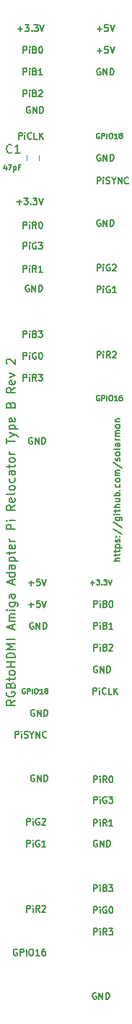
<source format=gbr>
%TF.GenerationSoftware,KiCad,Pcbnew,(5.1.9)-1*%
%TF.CreationDate,2021-04-11T17:12:00+01:00*%
%TF.ProjectId,RGBtoHDMI-Adapter Type B v2,52474274-6f48-4444-9d49-2d4164617074,2*%
%TF.SameCoordinates,Original*%
%TF.FileFunction,Legend,Top*%
%TF.FilePolarity,Positive*%
%FSLAX46Y46*%
G04 Gerber Fmt 4.6, Leading zero omitted, Abs format (unit mm)*
G04 Created by KiCad (PCBNEW (5.1.9)-1) date 2021-04-11 17:12:00*
%MOMM*%
%LPD*%
G01*
G04 APERTURE LIST*
%ADD10C,0.150000*%
%ADD11C,0.120000*%
G04 APERTURE END LIST*
D10*
X127786000Y-63553571D02*
X128357428Y-63553571D01*
X128071714Y-63839285D02*
X128071714Y-63267857D01*
X128643142Y-63089285D02*
X129107428Y-63089285D01*
X128857428Y-63375000D01*
X128964571Y-63375000D01*
X129036000Y-63410714D01*
X129071714Y-63446428D01*
X129107428Y-63517857D01*
X129107428Y-63696428D01*
X129071714Y-63767857D01*
X129036000Y-63803571D01*
X128964571Y-63839285D01*
X128750285Y-63839285D01*
X128678857Y-63803571D01*
X128643142Y-63767857D01*
X129428857Y-63767857D02*
X129464571Y-63803571D01*
X129428857Y-63839285D01*
X129393142Y-63803571D01*
X129428857Y-63767857D01*
X129428857Y-63839285D01*
X129714571Y-63089285D02*
X130178857Y-63089285D01*
X129928857Y-63375000D01*
X130036000Y-63375000D01*
X130107428Y-63410714D01*
X130143142Y-63446428D01*
X130178857Y-63517857D01*
X130178857Y-63696428D01*
X130143142Y-63767857D01*
X130107428Y-63803571D01*
X130036000Y-63839285D01*
X129821714Y-63839285D01*
X129750285Y-63803571D01*
X129714571Y-63767857D01*
X130393142Y-63089285D02*
X130643142Y-63839285D01*
X130893142Y-63089285D01*
X127913000Y-43360571D02*
X128484428Y-43360571D01*
X128198714Y-43646285D02*
X128198714Y-43074857D01*
X128770142Y-42896285D02*
X129234428Y-42896285D01*
X128984428Y-43182000D01*
X129091571Y-43182000D01*
X129163000Y-43217714D01*
X129198714Y-43253428D01*
X129234428Y-43324857D01*
X129234428Y-43503428D01*
X129198714Y-43574857D01*
X129163000Y-43610571D01*
X129091571Y-43646285D01*
X128877285Y-43646285D01*
X128805857Y-43610571D01*
X128770142Y-43574857D01*
X129555857Y-43574857D02*
X129591571Y-43610571D01*
X129555857Y-43646285D01*
X129520142Y-43610571D01*
X129555857Y-43574857D01*
X129555857Y-43646285D01*
X129841571Y-42896285D02*
X130305857Y-42896285D01*
X130055857Y-43182000D01*
X130163000Y-43182000D01*
X130234428Y-43217714D01*
X130270142Y-43253428D01*
X130305857Y-43324857D01*
X130305857Y-43503428D01*
X130270142Y-43574857D01*
X130234428Y-43610571D01*
X130163000Y-43646285D01*
X129948714Y-43646285D01*
X129877285Y-43610571D01*
X129841571Y-43574857D01*
X130520142Y-42896285D02*
X130770142Y-43646285D01*
X131020142Y-42896285D01*
X137604571Y-58045000D02*
X137533142Y-58009285D01*
X137426000Y-58009285D01*
X137318857Y-58045000D01*
X137247428Y-58116428D01*
X137211714Y-58187857D01*
X137176000Y-58330714D01*
X137176000Y-58437857D01*
X137211714Y-58580714D01*
X137247428Y-58652142D01*
X137318857Y-58723571D01*
X137426000Y-58759285D01*
X137497428Y-58759285D01*
X137604571Y-58723571D01*
X137640285Y-58687857D01*
X137640285Y-58437857D01*
X137497428Y-58437857D01*
X137961714Y-58759285D02*
X137961714Y-58009285D01*
X138390285Y-58759285D01*
X138390285Y-58009285D01*
X138747428Y-58759285D02*
X138747428Y-58009285D01*
X138926000Y-58009285D01*
X139033142Y-58045000D01*
X139104571Y-58116428D01*
X139140285Y-58187857D01*
X139176000Y-58330714D01*
X139176000Y-58437857D01*
X139140285Y-58580714D01*
X139104571Y-58652142D01*
X139033142Y-58723571D01*
X138926000Y-58759285D01*
X138747428Y-58759285D01*
X137604571Y-65665000D02*
X137533142Y-65629285D01*
X137426000Y-65629285D01*
X137318857Y-65665000D01*
X137247428Y-65736428D01*
X137211714Y-65807857D01*
X137176000Y-65950714D01*
X137176000Y-66057857D01*
X137211714Y-66200714D01*
X137247428Y-66272142D01*
X137318857Y-66343571D01*
X137426000Y-66379285D01*
X137497428Y-66379285D01*
X137604571Y-66343571D01*
X137640285Y-66307857D01*
X137640285Y-66057857D01*
X137497428Y-66057857D01*
X137961714Y-66379285D02*
X137961714Y-65629285D01*
X138390285Y-66379285D01*
X138390285Y-65629285D01*
X138747428Y-66379285D02*
X138747428Y-65629285D01*
X138926000Y-65629285D01*
X139033142Y-65665000D01*
X139104571Y-65736428D01*
X139140285Y-65807857D01*
X139176000Y-65950714D01*
X139176000Y-66057857D01*
X139140285Y-66200714D01*
X139104571Y-66272142D01*
X139033142Y-66343571D01*
X138926000Y-66379285D01*
X138747428Y-66379285D01*
X129222571Y-73285000D02*
X129151142Y-73249285D01*
X129044000Y-73249285D01*
X128936857Y-73285000D01*
X128865428Y-73356428D01*
X128829714Y-73427857D01*
X128794000Y-73570714D01*
X128794000Y-73677857D01*
X128829714Y-73820714D01*
X128865428Y-73892142D01*
X128936857Y-73963571D01*
X129044000Y-73999285D01*
X129115428Y-73999285D01*
X129222571Y-73963571D01*
X129258285Y-73927857D01*
X129258285Y-73677857D01*
X129115428Y-73677857D01*
X129579714Y-73999285D02*
X129579714Y-73249285D01*
X130008285Y-73999285D01*
X130008285Y-73249285D01*
X130365428Y-73999285D02*
X130365428Y-73249285D01*
X130544000Y-73249285D01*
X130651142Y-73285000D01*
X130722571Y-73356428D01*
X130758285Y-73427857D01*
X130794000Y-73570714D01*
X130794000Y-73677857D01*
X130758285Y-73820714D01*
X130722571Y-73892142D01*
X130651142Y-73963571D01*
X130544000Y-73999285D01*
X130365428Y-73999285D01*
X129603571Y-91065000D02*
X129532142Y-91029285D01*
X129425000Y-91029285D01*
X129317857Y-91065000D01*
X129246428Y-91136428D01*
X129210714Y-91207857D01*
X129175000Y-91350714D01*
X129175000Y-91457857D01*
X129210714Y-91600714D01*
X129246428Y-91672142D01*
X129317857Y-91743571D01*
X129425000Y-91779285D01*
X129496428Y-91779285D01*
X129603571Y-91743571D01*
X129639285Y-91707857D01*
X129639285Y-91457857D01*
X129496428Y-91457857D01*
X129960714Y-91779285D02*
X129960714Y-91029285D01*
X130389285Y-91779285D01*
X130389285Y-91029285D01*
X130746428Y-91779285D02*
X130746428Y-91029285D01*
X130925000Y-91029285D01*
X131032142Y-91065000D01*
X131103571Y-91136428D01*
X131139285Y-91207857D01*
X131175000Y-91350714D01*
X131175000Y-91457857D01*
X131139285Y-91600714D01*
X131103571Y-91672142D01*
X131032142Y-91743571D01*
X130925000Y-91779285D01*
X130746428Y-91779285D01*
X137096571Y-155835000D02*
X137025142Y-155799285D01*
X136918000Y-155799285D01*
X136810857Y-155835000D01*
X136739428Y-155906428D01*
X136703714Y-155977857D01*
X136668000Y-156120714D01*
X136668000Y-156227857D01*
X136703714Y-156370714D01*
X136739428Y-156442142D01*
X136810857Y-156513571D01*
X136918000Y-156549285D01*
X136989428Y-156549285D01*
X137096571Y-156513571D01*
X137132285Y-156477857D01*
X137132285Y-156227857D01*
X136989428Y-156227857D01*
X137453714Y-156549285D02*
X137453714Y-155799285D01*
X137882285Y-156549285D01*
X137882285Y-155799285D01*
X138239428Y-156549285D02*
X138239428Y-155799285D01*
X138418000Y-155799285D01*
X138525142Y-155835000D01*
X138596571Y-155906428D01*
X138632285Y-155977857D01*
X138668000Y-156120714D01*
X138668000Y-156227857D01*
X138632285Y-156370714D01*
X138596571Y-156442142D01*
X138525142Y-156513571D01*
X138418000Y-156549285D01*
X138239428Y-156549285D01*
X137223571Y-138055000D02*
X137152142Y-138019285D01*
X137045000Y-138019285D01*
X136937857Y-138055000D01*
X136866428Y-138126428D01*
X136830714Y-138197857D01*
X136795000Y-138340714D01*
X136795000Y-138447857D01*
X136830714Y-138590714D01*
X136866428Y-138662142D01*
X136937857Y-138733571D01*
X137045000Y-138769285D01*
X137116428Y-138769285D01*
X137223571Y-138733571D01*
X137259285Y-138697857D01*
X137259285Y-138447857D01*
X137116428Y-138447857D01*
X137580714Y-138769285D02*
X137580714Y-138019285D01*
X138009285Y-138769285D01*
X138009285Y-138019285D01*
X138366428Y-138769285D02*
X138366428Y-138019285D01*
X138545000Y-138019285D01*
X138652142Y-138055000D01*
X138723571Y-138126428D01*
X138759285Y-138197857D01*
X138795000Y-138340714D01*
X138795000Y-138447857D01*
X138759285Y-138590714D01*
X138723571Y-138662142D01*
X138652142Y-138733571D01*
X138545000Y-138769285D01*
X138366428Y-138769285D01*
X129857571Y-130435000D02*
X129786142Y-130399285D01*
X129679000Y-130399285D01*
X129571857Y-130435000D01*
X129500428Y-130506428D01*
X129464714Y-130577857D01*
X129429000Y-130720714D01*
X129429000Y-130827857D01*
X129464714Y-130970714D01*
X129500428Y-131042142D01*
X129571857Y-131113571D01*
X129679000Y-131149285D01*
X129750428Y-131149285D01*
X129857571Y-131113571D01*
X129893285Y-131077857D01*
X129893285Y-130827857D01*
X129750428Y-130827857D01*
X130214714Y-131149285D02*
X130214714Y-130399285D01*
X130643285Y-131149285D01*
X130643285Y-130399285D01*
X131000428Y-131149285D02*
X131000428Y-130399285D01*
X131179000Y-130399285D01*
X131286142Y-130435000D01*
X131357571Y-130506428D01*
X131393285Y-130577857D01*
X131429000Y-130720714D01*
X131429000Y-130827857D01*
X131393285Y-130970714D01*
X131357571Y-131042142D01*
X131286142Y-131113571D01*
X131179000Y-131149285D01*
X131000428Y-131149285D01*
X129857571Y-122815000D02*
X129786142Y-122779285D01*
X129679000Y-122779285D01*
X129571857Y-122815000D01*
X129500428Y-122886428D01*
X129464714Y-122957857D01*
X129429000Y-123100714D01*
X129429000Y-123207857D01*
X129464714Y-123350714D01*
X129500428Y-123422142D01*
X129571857Y-123493571D01*
X129679000Y-123529285D01*
X129750428Y-123529285D01*
X129857571Y-123493571D01*
X129893285Y-123457857D01*
X129893285Y-123207857D01*
X129750428Y-123207857D01*
X130214714Y-123529285D02*
X130214714Y-122779285D01*
X130643285Y-123529285D01*
X130643285Y-122779285D01*
X131000428Y-123529285D02*
X131000428Y-122779285D01*
X131179000Y-122779285D01*
X131286142Y-122815000D01*
X131357571Y-122886428D01*
X131393285Y-122957857D01*
X131429000Y-123100714D01*
X131429000Y-123207857D01*
X131393285Y-123350714D01*
X131357571Y-123422142D01*
X131286142Y-123493571D01*
X131179000Y-123529285D01*
X131000428Y-123529285D01*
X136468000Y-107992857D02*
X136925142Y-107992857D01*
X136696571Y-108221428D02*
X136696571Y-107764285D01*
X137153714Y-107621428D02*
X137525142Y-107621428D01*
X137325142Y-107850000D01*
X137410857Y-107850000D01*
X137468000Y-107878571D01*
X137496571Y-107907142D01*
X137525142Y-107964285D01*
X137525142Y-108107142D01*
X137496571Y-108164285D01*
X137468000Y-108192857D01*
X137410857Y-108221428D01*
X137239428Y-108221428D01*
X137182285Y-108192857D01*
X137153714Y-108164285D01*
X137782285Y-108164285D02*
X137810857Y-108192857D01*
X137782285Y-108221428D01*
X137753714Y-108192857D01*
X137782285Y-108164285D01*
X137782285Y-108221428D01*
X138010857Y-107621428D02*
X138382285Y-107621428D01*
X138182285Y-107850000D01*
X138268000Y-107850000D01*
X138325142Y-107878571D01*
X138353714Y-107907142D01*
X138382285Y-107964285D01*
X138382285Y-108107142D01*
X138353714Y-108164285D01*
X138325142Y-108192857D01*
X138268000Y-108221428D01*
X138096571Y-108221428D01*
X138039428Y-108192857D01*
X138010857Y-108164285D01*
X138553714Y-107621428D02*
X138753714Y-108221428D01*
X138953714Y-107621428D01*
X137604571Y-48012000D02*
X137533142Y-47976285D01*
X137426000Y-47976285D01*
X137318857Y-48012000D01*
X137247428Y-48083428D01*
X137211714Y-48154857D01*
X137176000Y-48297714D01*
X137176000Y-48404857D01*
X137211714Y-48547714D01*
X137247428Y-48619142D01*
X137318857Y-48690571D01*
X137426000Y-48726285D01*
X137497428Y-48726285D01*
X137604571Y-48690571D01*
X137640285Y-48654857D01*
X137640285Y-48404857D01*
X137497428Y-48404857D01*
X137961714Y-48726285D02*
X137961714Y-47976285D01*
X138390285Y-48726285D01*
X138390285Y-47976285D01*
X138747428Y-48726285D02*
X138747428Y-47976285D01*
X138926000Y-47976285D01*
X139033142Y-48012000D01*
X139104571Y-48083428D01*
X139140285Y-48154857D01*
X139176000Y-48297714D01*
X139176000Y-48404857D01*
X139140285Y-48547714D01*
X139104571Y-48619142D01*
X139033142Y-48690571D01*
X138926000Y-48726285D01*
X138747428Y-48726285D01*
X137211714Y-45900571D02*
X137783142Y-45900571D01*
X137497428Y-46186285D02*
X137497428Y-45614857D01*
X138497428Y-45436285D02*
X138140285Y-45436285D01*
X138104571Y-45793428D01*
X138140285Y-45757714D01*
X138211714Y-45722000D01*
X138390285Y-45722000D01*
X138461714Y-45757714D01*
X138497428Y-45793428D01*
X138533142Y-45864857D01*
X138533142Y-46043428D01*
X138497428Y-46114857D01*
X138461714Y-46150571D01*
X138390285Y-46186285D01*
X138211714Y-46186285D01*
X138140285Y-46150571D01*
X138104571Y-46114857D01*
X138747428Y-45436285D02*
X138997428Y-46186285D01*
X139247428Y-45436285D01*
X137211714Y-43360571D02*
X137783142Y-43360571D01*
X137497428Y-43646285D02*
X137497428Y-43074857D01*
X138497428Y-42896285D02*
X138140285Y-42896285D01*
X138104571Y-43253428D01*
X138140285Y-43217714D01*
X138211714Y-43182000D01*
X138390285Y-43182000D01*
X138461714Y-43217714D01*
X138497428Y-43253428D01*
X138533142Y-43324857D01*
X138533142Y-43503428D01*
X138497428Y-43574857D01*
X138461714Y-43610571D01*
X138390285Y-43646285D01*
X138211714Y-43646285D01*
X138140285Y-43610571D01*
X138104571Y-43574857D01*
X138747428Y-42896285D02*
X138997428Y-43646285D01*
X139247428Y-42896285D01*
X137490285Y-55580000D02*
X137433142Y-55551428D01*
X137347428Y-55551428D01*
X137261714Y-55580000D01*
X137204571Y-55637142D01*
X137175999Y-55694285D01*
X137147428Y-55808571D01*
X137147428Y-55894285D01*
X137175999Y-56008571D01*
X137204571Y-56065714D01*
X137261714Y-56122857D01*
X137347428Y-56151428D01*
X137404571Y-56151428D01*
X137490285Y-56122857D01*
X137518856Y-56094285D01*
X137518856Y-55894285D01*
X137404571Y-55894285D01*
X137775999Y-56151428D02*
X137775999Y-55551428D01*
X138004571Y-55551428D01*
X138061714Y-55580000D01*
X138090285Y-55608571D01*
X138118856Y-55665714D01*
X138118856Y-55751428D01*
X138090285Y-55808571D01*
X138061714Y-55837142D01*
X138004571Y-55865714D01*
X137775999Y-55865714D01*
X138375999Y-56151428D02*
X138375999Y-55551428D01*
X138775999Y-55551428D02*
X138890285Y-55551428D01*
X138947428Y-55580000D01*
X139004571Y-55637142D01*
X139033142Y-55751428D01*
X139033142Y-55951428D01*
X139004571Y-56065714D01*
X138947428Y-56122857D01*
X138890285Y-56151428D01*
X138775999Y-56151428D01*
X138718856Y-56122857D01*
X138661714Y-56065714D01*
X138633142Y-55951428D01*
X138633142Y-55751428D01*
X138661714Y-55637142D01*
X138718856Y-55580000D01*
X138775999Y-55551428D01*
X139604571Y-56151428D02*
X139261714Y-56151428D01*
X139433142Y-56151428D02*
X139433142Y-55551428D01*
X139375999Y-55637142D01*
X139318856Y-55694285D01*
X139261714Y-55722857D01*
X139947428Y-55808571D02*
X139890285Y-55780000D01*
X139861714Y-55751428D01*
X139833142Y-55694285D01*
X139833142Y-55665714D01*
X139861714Y-55608571D01*
X139890285Y-55580000D01*
X139947428Y-55551428D01*
X140061714Y-55551428D01*
X140118856Y-55580000D01*
X140147428Y-55608571D01*
X140175999Y-55665714D01*
X140175999Y-55694285D01*
X140147428Y-55751428D01*
X140118856Y-55780000D01*
X140061714Y-55808571D01*
X139947428Y-55808571D01*
X139890285Y-55837142D01*
X139861714Y-55865714D01*
X139833142Y-55922857D01*
X139833142Y-56037142D01*
X139861714Y-56094285D01*
X139890285Y-56122857D01*
X139947428Y-56151428D01*
X140061714Y-56151428D01*
X140118856Y-56122857D01*
X140147428Y-56094285D01*
X140175999Y-56037142D01*
X140175999Y-55922857D01*
X140147428Y-55865714D01*
X140118856Y-55837142D01*
X140061714Y-55808571D01*
X137490285Y-86187000D02*
X137433142Y-86158428D01*
X137347428Y-86158428D01*
X137261714Y-86187000D01*
X137204571Y-86244142D01*
X137175999Y-86301285D01*
X137147428Y-86415571D01*
X137147428Y-86501285D01*
X137175999Y-86615571D01*
X137204571Y-86672714D01*
X137261714Y-86729857D01*
X137347428Y-86758428D01*
X137404571Y-86758428D01*
X137490285Y-86729857D01*
X137518856Y-86701285D01*
X137518856Y-86501285D01*
X137404571Y-86501285D01*
X137775999Y-86758428D02*
X137775999Y-86158428D01*
X138004571Y-86158428D01*
X138061714Y-86187000D01*
X138090285Y-86215571D01*
X138118856Y-86272714D01*
X138118856Y-86358428D01*
X138090285Y-86415571D01*
X138061714Y-86444142D01*
X138004571Y-86472714D01*
X137775999Y-86472714D01*
X138375999Y-86758428D02*
X138375999Y-86158428D01*
X138775999Y-86158428D02*
X138890285Y-86158428D01*
X138947428Y-86187000D01*
X139004571Y-86244142D01*
X139033142Y-86358428D01*
X139033142Y-86558428D01*
X139004571Y-86672714D01*
X138947428Y-86729857D01*
X138890285Y-86758428D01*
X138775999Y-86758428D01*
X138718856Y-86729857D01*
X138661714Y-86672714D01*
X138633142Y-86558428D01*
X138633142Y-86358428D01*
X138661714Y-86244142D01*
X138718856Y-86187000D01*
X138775999Y-86158428D01*
X139604571Y-86758428D02*
X139261714Y-86758428D01*
X139433142Y-86758428D02*
X139433142Y-86158428D01*
X139375999Y-86244142D01*
X139318856Y-86301285D01*
X139261714Y-86329857D01*
X140118856Y-86158428D02*
X140004571Y-86158428D01*
X139947428Y-86187000D01*
X139918856Y-86215571D01*
X139861714Y-86301285D01*
X139833142Y-86415571D01*
X139833142Y-86644142D01*
X139861714Y-86701285D01*
X139890285Y-86729857D01*
X139947428Y-86758428D01*
X140061714Y-86758428D01*
X140118856Y-86729857D01*
X140147428Y-86701285D01*
X140175999Y-86644142D01*
X140175999Y-86501285D01*
X140147428Y-86444142D01*
X140118856Y-86415571D01*
X140061714Y-86387000D01*
X139947428Y-86387000D01*
X139890285Y-86415571D01*
X139861714Y-86444142D01*
X139833142Y-86501285D01*
X137211714Y-61426285D02*
X137211714Y-60676285D01*
X137497428Y-60676285D01*
X137568857Y-60712000D01*
X137604571Y-60747714D01*
X137640285Y-60819142D01*
X137640285Y-60926285D01*
X137604571Y-60997714D01*
X137568857Y-61033428D01*
X137497428Y-61069142D01*
X137211714Y-61069142D01*
X137961714Y-61426285D02*
X137961714Y-60926285D01*
X137961714Y-60676285D02*
X137926000Y-60712000D01*
X137961714Y-60747714D01*
X137997428Y-60712000D01*
X137961714Y-60676285D01*
X137961714Y-60747714D01*
X138283143Y-61390571D02*
X138390285Y-61426285D01*
X138568857Y-61426285D01*
X138640285Y-61390571D01*
X138676000Y-61354857D01*
X138711714Y-61283428D01*
X138711714Y-61212000D01*
X138676000Y-61140571D01*
X138640285Y-61104857D01*
X138568857Y-61069142D01*
X138426000Y-61033428D01*
X138354571Y-60997714D01*
X138318857Y-60962000D01*
X138283143Y-60890571D01*
X138283143Y-60819142D01*
X138318857Y-60747714D01*
X138354571Y-60712000D01*
X138426000Y-60676285D01*
X138604571Y-60676285D01*
X138711714Y-60712000D01*
X139176000Y-61069142D02*
X139176000Y-61426285D01*
X138926000Y-60676285D02*
X139176000Y-61069142D01*
X139426000Y-60676285D01*
X139676000Y-61426285D02*
X139676000Y-60676285D01*
X140104571Y-61426285D01*
X140104571Y-60676285D01*
X140890285Y-61354857D02*
X140854571Y-61390571D01*
X140747428Y-61426285D01*
X140676000Y-61426285D01*
X140568857Y-61390571D01*
X140497428Y-61319142D01*
X140461714Y-61247714D01*
X140426000Y-61104857D01*
X140426000Y-60997714D01*
X140461714Y-60854857D01*
X140497428Y-60783428D01*
X140568857Y-60712000D01*
X140676000Y-60676285D01*
X140747428Y-60676285D01*
X140854571Y-60712000D01*
X140890285Y-60747714D01*
X137211714Y-71586285D02*
X137211714Y-70836285D01*
X137497428Y-70836285D01*
X137568857Y-70872000D01*
X137604571Y-70907714D01*
X137640285Y-70979142D01*
X137640285Y-71086285D01*
X137604571Y-71157714D01*
X137568857Y-71193428D01*
X137497428Y-71229142D01*
X137211714Y-71229142D01*
X137961714Y-71586285D02*
X137961714Y-71086285D01*
X137961714Y-70836285D02*
X137925999Y-70872000D01*
X137961714Y-70907714D01*
X137997428Y-70872000D01*
X137961714Y-70836285D01*
X137961714Y-70907714D01*
X138711714Y-70872000D02*
X138640285Y-70836285D01*
X138533142Y-70836285D01*
X138425999Y-70872000D01*
X138354571Y-70943428D01*
X138318857Y-71014857D01*
X138283142Y-71157714D01*
X138283142Y-71264857D01*
X138318857Y-71407714D01*
X138354571Y-71479142D01*
X138425999Y-71550571D01*
X138533142Y-71586285D01*
X138604571Y-71586285D01*
X138711714Y-71550571D01*
X138747428Y-71514857D01*
X138747428Y-71264857D01*
X138604571Y-71264857D01*
X139033142Y-70907714D02*
X139068857Y-70872000D01*
X139140285Y-70836285D01*
X139318857Y-70836285D01*
X139390285Y-70872000D01*
X139425999Y-70907714D01*
X139461714Y-70979142D01*
X139461714Y-71050571D01*
X139425999Y-71157714D01*
X138997428Y-71586285D01*
X139461714Y-71586285D01*
X137211714Y-74126285D02*
X137211714Y-73376285D01*
X137497428Y-73376285D01*
X137568857Y-73412000D01*
X137604571Y-73447714D01*
X137640285Y-73519142D01*
X137640285Y-73626285D01*
X137604571Y-73697714D01*
X137568857Y-73733428D01*
X137497428Y-73769142D01*
X137211714Y-73769142D01*
X137961714Y-74126285D02*
X137961714Y-73626285D01*
X137961714Y-73376285D02*
X137925999Y-73412000D01*
X137961714Y-73447714D01*
X137997428Y-73412000D01*
X137961714Y-73376285D01*
X137961714Y-73447714D01*
X138711714Y-73412000D02*
X138640285Y-73376285D01*
X138533142Y-73376285D01*
X138425999Y-73412000D01*
X138354571Y-73483428D01*
X138318857Y-73554857D01*
X138283142Y-73697714D01*
X138283142Y-73804857D01*
X138318857Y-73947714D01*
X138354571Y-74019142D01*
X138425999Y-74090571D01*
X138533142Y-74126285D01*
X138604571Y-74126285D01*
X138711714Y-74090571D01*
X138747428Y-74054857D01*
X138747428Y-73804857D01*
X138604571Y-73804857D01*
X139461714Y-74126285D02*
X139033142Y-74126285D01*
X139247428Y-74126285D02*
X139247428Y-73376285D01*
X139175999Y-73483428D01*
X139104571Y-73554857D01*
X139033142Y-73590571D01*
X137211714Y-81746285D02*
X137211714Y-80996285D01*
X137497428Y-80996285D01*
X137568857Y-81032000D01*
X137604571Y-81067714D01*
X137640285Y-81139142D01*
X137640285Y-81246285D01*
X137604571Y-81317714D01*
X137568857Y-81353428D01*
X137497428Y-81389142D01*
X137211714Y-81389142D01*
X137961714Y-81746285D02*
X137961714Y-81246285D01*
X137961714Y-80996285D02*
X137925999Y-81032000D01*
X137961714Y-81067714D01*
X137997428Y-81032000D01*
X137961714Y-80996285D01*
X137961714Y-81067714D01*
X138747428Y-81746285D02*
X138497428Y-81389142D01*
X138318857Y-81746285D02*
X138318857Y-80996285D01*
X138604571Y-80996285D01*
X138675999Y-81032000D01*
X138711714Y-81067714D01*
X138747428Y-81139142D01*
X138747428Y-81246285D01*
X138711714Y-81317714D01*
X138675999Y-81353428D01*
X138604571Y-81389142D01*
X138318857Y-81389142D01*
X139033142Y-81067714D02*
X139068857Y-81032000D01*
X139140285Y-80996285D01*
X139318857Y-80996285D01*
X139390285Y-81032000D01*
X139425999Y-81067714D01*
X139461714Y-81139142D01*
X139461714Y-81210571D01*
X139425999Y-81317714D01*
X138997428Y-81746285D01*
X139461714Y-81746285D01*
X128559857Y-46186285D02*
X128559857Y-45436285D01*
X128845571Y-45436285D01*
X128917000Y-45472000D01*
X128952714Y-45507714D01*
X128988428Y-45579142D01*
X128988428Y-45686285D01*
X128952714Y-45757714D01*
X128917000Y-45793428D01*
X128845571Y-45829142D01*
X128559857Y-45829142D01*
X129309857Y-46186285D02*
X129309857Y-45686285D01*
X129309857Y-45436285D02*
X129274142Y-45472000D01*
X129309857Y-45507714D01*
X129345571Y-45472000D01*
X129309857Y-45436285D01*
X129309857Y-45507714D01*
X129917000Y-45793428D02*
X130024142Y-45829142D01*
X130059857Y-45864857D01*
X130095571Y-45936285D01*
X130095571Y-46043428D01*
X130059857Y-46114857D01*
X130024142Y-46150571D01*
X129952714Y-46186285D01*
X129667000Y-46186285D01*
X129667000Y-45436285D01*
X129917000Y-45436285D01*
X129988428Y-45472000D01*
X130024142Y-45507714D01*
X130059857Y-45579142D01*
X130059857Y-45650571D01*
X130024142Y-45722000D01*
X129988428Y-45757714D01*
X129917000Y-45793428D01*
X129667000Y-45793428D01*
X130559857Y-45436285D02*
X130631285Y-45436285D01*
X130702714Y-45472000D01*
X130738428Y-45507714D01*
X130774142Y-45579142D01*
X130809857Y-45722000D01*
X130809857Y-45900571D01*
X130774142Y-46043428D01*
X130738428Y-46114857D01*
X130702714Y-46150571D01*
X130631285Y-46186285D01*
X130559857Y-46186285D01*
X130488428Y-46150571D01*
X130452714Y-46114857D01*
X130417000Y-46043428D01*
X130381285Y-45900571D01*
X130381285Y-45722000D01*
X130417000Y-45579142D01*
X130452714Y-45507714D01*
X130488428Y-45472000D01*
X130559857Y-45436285D01*
X128559857Y-48726285D02*
X128559857Y-47976285D01*
X128845571Y-47976285D01*
X128917000Y-48012000D01*
X128952714Y-48047714D01*
X128988428Y-48119142D01*
X128988428Y-48226285D01*
X128952714Y-48297714D01*
X128917000Y-48333428D01*
X128845571Y-48369142D01*
X128559857Y-48369142D01*
X129309857Y-48726285D02*
X129309857Y-48226285D01*
X129309857Y-47976285D02*
X129274142Y-48012000D01*
X129309857Y-48047714D01*
X129345571Y-48012000D01*
X129309857Y-47976285D01*
X129309857Y-48047714D01*
X129917000Y-48333428D02*
X130024142Y-48369142D01*
X130059857Y-48404857D01*
X130095571Y-48476285D01*
X130095571Y-48583428D01*
X130059857Y-48654857D01*
X130024142Y-48690571D01*
X129952714Y-48726285D01*
X129667000Y-48726285D01*
X129667000Y-47976285D01*
X129917000Y-47976285D01*
X129988428Y-48012000D01*
X130024142Y-48047714D01*
X130059857Y-48119142D01*
X130059857Y-48190571D01*
X130024142Y-48262000D01*
X129988428Y-48297714D01*
X129917000Y-48333428D01*
X129667000Y-48333428D01*
X130809857Y-48726285D02*
X130381285Y-48726285D01*
X130595571Y-48726285D02*
X130595571Y-47976285D01*
X130524142Y-48083428D01*
X130452714Y-48154857D01*
X130381285Y-48190571D01*
X127984428Y-56219285D02*
X127984428Y-55469285D01*
X128270142Y-55469285D01*
X128341571Y-55505000D01*
X128377285Y-55540714D01*
X128413000Y-55612142D01*
X128413000Y-55719285D01*
X128377285Y-55790714D01*
X128341571Y-55826428D01*
X128270142Y-55862142D01*
X127984428Y-55862142D01*
X128734428Y-56219285D02*
X128734428Y-55719285D01*
X128734428Y-55469285D02*
X128698714Y-55505000D01*
X128734428Y-55540714D01*
X128770142Y-55505000D01*
X128734428Y-55469285D01*
X128734428Y-55540714D01*
X129520142Y-56147857D02*
X129484428Y-56183571D01*
X129377285Y-56219285D01*
X129305857Y-56219285D01*
X129198714Y-56183571D01*
X129127285Y-56112142D01*
X129091571Y-56040714D01*
X129055857Y-55897857D01*
X129055857Y-55790714D01*
X129091571Y-55647857D01*
X129127285Y-55576428D01*
X129198714Y-55505000D01*
X129305857Y-55469285D01*
X129377285Y-55469285D01*
X129484428Y-55505000D01*
X129520142Y-55540714D01*
X130198714Y-56219285D02*
X129841571Y-56219285D01*
X129841571Y-55469285D01*
X130448714Y-56219285D02*
X130448714Y-55469285D01*
X130877285Y-56219285D02*
X130555857Y-55790714D01*
X130877285Y-55469285D02*
X130448714Y-55897857D01*
X129349571Y-52457000D02*
X129278142Y-52421285D01*
X129171000Y-52421285D01*
X129063857Y-52457000D01*
X128992428Y-52528428D01*
X128956714Y-52599857D01*
X128921000Y-52742714D01*
X128921000Y-52849857D01*
X128956714Y-52992714D01*
X128992428Y-53064142D01*
X129063857Y-53135571D01*
X129171000Y-53171285D01*
X129242428Y-53171285D01*
X129349571Y-53135571D01*
X129385285Y-53099857D01*
X129385285Y-52849857D01*
X129242428Y-52849857D01*
X129706714Y-53171285D02*
X129706714Y-52421285D01*
X130135285Y-53171285D01*
X130135285Y-52421285D01*
X130492428Y-53171285D02*
X130492428Y-52421285D01*
X130671000Y-52421285D01*
X130778142Y-52457000D01*
X130849571Y-52528428D01*
X130885285Y-52599857D01*
X130921000Y-52742714D01*
X130921000Y-52849857D01*
X130885285Y-52992714D01*
X130849571Y-53064142D01*
X130778142Y-53135571D01*
X130671000Y-53171285D01*
X130492428Y-53171285D01*
X128559857Y-51266285D02*
X128559857Y-50516285D01*
X128845571Y-50516285D01*
X128917000Y-50552000D01*
X128952714Y-50587714D01*
X128988428Y-50659142D01*
X128988428Y-50766285D01*
X128952714Y-50837714D01*
X128917000Y-50873428D01*
X128845571Y-50909142D01*
X128559857Y-50909142D01*
X129309857Y-51266285D02*
X129309857Y-50766285D01*
X129309857Y-50516285D02*
X129274142Y-50552000D01*
X129309857Y-50587714D01*
X129345571Y-50552000D01*
X129309857Y-50516285D01*
X129309857Y-50587714D01*
X129917000Y-50873428D02*
X130024142Y-50909142D01*
X130059857Y-50944857D01*
X130095571Y-51016285D01*
X130095571Y-51123428D01*
X130059857Y-51194857D01*
X130024142Y-51230571D01*
X129952714Y-51266285D01*
X129667000Y-51266285D01*
X129667000Y-50516285D01*
X129917000Y-50516285D01*
X129988428Y-50552000D01*
X130024142Y-50587714D01*
X130059857Y-50659142D01*
X130059857Y-50730571D01*
X130024142Y-50802000D01*
X129988428Y-50837714D01*
X129917000Y-50873428D01*
X129667000Y-50873428D01*
X130381285Y-50587714D02*
X130417000Y-50552000D01*
X130488428Y-50516285D01*
X130667000Y-50516285D01*
X130738428Y-50552000D01*
X130774142Y-50587714D01*
X130809857Y-50659142D01*
X130809857Y-50730571D01*
X130774142Y-50837714D01*
X130345571Y-51266285D01*
X130809857Y-51266285D01*
X128559857Y-84413285D02*
X128559857Y-83663285D01*
X128845571Y-83663285D01*
X128917000Y-83699000D01*
X128952714Y-83734714D01*
X128988428Y-83806142D01*
X128988428Y-83913285D01*
X128952714Y-83984714D01*
X128917000Y-84020428D01*
X128845571Y-84056142D01*
X128559857Y-84056142D01*
X129309857Y-84413285D02*
X129309857Y-83913285D01*
X129309857Y-83663285D02*
X129274142Y-83699000D01*
X129309857Y-83734714D01*
X129345571Y-83699000D01*
X129309857Y-83663285D01*
X129309857Y-83734714D01*
X130095571Y-84413285D02*
X129845571Y-84056142D01*
X129667000Y-84413285D02*
X129667000Y-83663285D01*
X129952714Y-83663285D01*
X130024142Y-83699000D01*
X130059857Y-83734714D01*
X130095571Y-83806142D01*
X130095571Y-83913285D01*
X130059857Y-83984714D01*
X130024142Y-84020428D01*
X129952714Y-84056142D01*
X129667000Y-84056142D01*
X130345571Y-83663285D02*
X130809857Y-83663285D01*
X130559857Y-83949000D01*
X130667000Y-83949000D01*
X130738428Y-83984714D01*
X130774142Y-84020428D01*
X130809857Y-84091857D01*
X130809857Y-84270428D01*
X130774142Y-84341857D01*
X130738428Y-84377571D01*
X130667000Y-84413285D01*
X130452714Y-84413285D01*
X130381285Y-84377571D01*
X130345571Y-84341857D01*
X128559857Y-71713285D02*
X128559857Y-70963285D01*
X128845571Y-70963285D01*
X128917000Y-70999000D01*
X128952714Y-71034714D01*
X128988428Y-71106142D01*
X128988428Y-71213285D01*
X128952714Y-71284714D01*
X128917000Y-71320428D01*
X128845571Y-71356142D01*
X128559857Y-71356142D01*
X129309857Y-71713285D02*
X129309857Y-71213285D01*
X129309857Y-70963285D02*
X129274142Y-70999000D01*
X129309857Y-71034714D01*
X129345571Y-70999000D01*
X129309857Y-70963285D01*
X129309857Y-71034714D01*
X130095571Y-71713285D02*
X129845571Y-71356142D01*
X129667000Y-71713285D02*
X129667000Y-70963285D01*
X129952714Y-70963285D01*
X130024142Y-70999000D01*
X130059857Y-71034714D01*
X130095571Y-71106142D01*
X130095571Y-71213285D01*
X130059857Y-71284714D01*
X130024142Y-71320428D01*
X129952714Y-71356142D01*
X129667000Y-71356142D01*
X130809857Y-71713285D02*
X130381285Y-71713285D01*
X130595571Y-71713285D02*
X130595571Y-70963285D01*
X130524142Y-71070428D01*
X130452714Y-71141857D01*
X130381285Y-71177571D01*
X128559857Y-66633285D02*
X128559857Y-65883285D01*
X128845571Y-65883285D01*
X128917000Y-65919000D01*
X128952714Y-65954714D01*
X128988428Y-66026142D01*
X128988428Y-66133285D01*
X128952714Y-66204714D01*
X128917000Y-66240428D01*
X128845571Y-66276142D01*
X128559857Y-66276142D01*
X129309857Y-66633285D02*
X129309857Y-66133285D01*
X129309857Y-65883285D02*
X129274142Y-65919000D01*
X129309857Y-65954714D01*
X129345571Y-65919000D01*
X129309857Y-65883285D01*
X129309857Y-65954714D01*
X130095571Y-66633285D02*
X129845571Y-66276142D01*
X129667000Y-66633285D02*
X129667000Y-65883285D01*
X129952714Y-65883285D01*
X130024142Y-65919000D01*
X130059857Y-65954714D01*
X130095571Y-66026142D01*
X130095571Y-66133285D01*
X130059857Y-66204714D01*
X130024142Y-66240428D01*
X129952714Y-66276142D01*
X129667000Y-66276142D01*
X130559857Y-65883285D02*
X130631285Y-65883285D01*
X130702714Y-65919000D01*
X130738428Y-65954714D01*
X130774142Y-66026142D01*
X130809857Y-66169000D01*
X130809857Y-66347571D01*
X130774142Y-66490428D01*
X130738428Y-66561857D01*
X130702714Y-66597571D01*
X130631285Y-66633285D01*
X130559857Y-66633285D01*
X130488428Y-66597571D01*
X130452714Y-66561857D01*
X130417000Y-66490428D01*
X130381285Y-66347571D01*
X130381285Y-66169000D01*
X130417000Y-66026142D01*
X130452714Y-65954714D01*
X130488428Y-65919000D01*
X130559857Y-65883285D01*
X128559857Y-69046285D02*
X128559857Y-68296285D01*
X128845571Y-68296285D01*
X128917000Y-68332000D01*
X128952714Y-68367714D01*
X128988428Y-68439142D01*
X128988428Y-68546285D01*
X128952714Y-68617714D01*
X128917000Y-68653428D01*
X128845571Y-68689142D01*
X128559857Y-68689142D01*
X129309857Y-69046285D02*
X129309857Y-68546285D01*
X129309857Y-68296285D02*
X129274142Y-68332000D01*
X129309857Y-68367714D01*
X129345571Y-68332000D01*
X129309857Y-68296285D01*
X129309857Y-68367714D01*
X130059857Y-68332000D02*
X129988428Y-68296285D01*
X129881285Y-68296285D01*
X129774142Y-68332000D01*
X129702714Y-68403428D01*
X129667000Y-68474857D01*
X129631285Y-68617714D01*
X129631285Y-68724857D01*
X129667000Y-68867714D01*
X129702714Y-68939142D01*
X129774142Y-69010571D01*
X129881285Y-69046285D01*
X129952714Y-69046285D01*
X130059857Y-69010571D01*
X130095571Y-68974857D01*
X130095571Y-68724857D01*
X129952714Y-68724857D01*
X130345571Y-68296285D02*
X130809857Y-68296285D01*
X130559857Y-68582000D01*
X130667000Y-68582000D01*
X130738428Y-68617714D01*
X130774142Y-68653428D01*
X130809857Y-68724857D01*
X130809857Y-68903428D01*
X130774142Y-68974857D01*
X130738428Y-69010571D01*
X130667000Y-69046285D01*
X130452714Y-69046285D01*
X130381285Y-69010571D01*
X130345571Y-68974857D01*
X128559857Y-81873285D02*
X128559857Y-81123285D01*
X128845571Y-81123285D01*
X128917000Y-81159000D01*
X128952714Y-81194714D01*
X128988428Y-81266142D01*
X128988428Y-81373285D01*
X128952714Y-81444714D01*
X128917000Y-81480428D01*
X128845571Y-81516142D01*
X128559857Y-81516142D01*
X129309857Y-81873285D02*
X129309857Y-81373285D01*
X129309857Y-81123285D02*
X129274142Y-81159000D01*
X129309857Y-81194714D01*
X129345571Y-81159000D01*
X129309857Y-81123285D01*
X129309857Y-81194714D01*
X130059857Y-81159000D02*
X129988428Y-81123285D01*
X129881285Y-81123285D01*
X129774142Y-81159000D01*
X129702714Y-81230428D01*
X129667000Y-81301857D01*
X129631285Y-81444714D01*
X129631285Y-81551857D01*
X129667000Y-81694714D01*
X129702714Y-81766142D01*
X129774142Y-81837571D01*
X129881285Y-81873285D01*
X129952714Y-81873285D01*
X130059857Y-81837571D01*
X130095571Y-81801857D01*
X130095571Y-81551857D01*
X129952714Y-81551857D01*
X130559857Y-81123285D02*
X130631285Y-81123285D01*
X130702714Y-81159000D01*
X130738428Y-81194714D01*
X130774142Y-81266142D01*
X130809857Y-81409000D01*
X130809857Y-81587571D01*
X130774142Y-81730428D01*
X130738428Y-81801857D01*
X130702714Y-81837571D01*
X130631285Y-81873285D01*
X130559857Y-81873285D01*
X130488428Y-81837571D01*
X130452714Y-81801857D01*
X130417000Y-81730428D01*
X130381285Y-81587571D01*
X130381285Y-81409000D01*
X130417000Y-81266142D01*
X130452714Y-81194714D01*
X130488428Y-81159000D01*
X130559857Y-81123285D01*
X128559857Y-79333285D02*
X128559857Y-78583285D01*
X128845571Y-78583285D01*
X128917000Y-78619000D01*
X128952714Y-78654714D01*
X128988428Y-78726142D01*
X128988428Y-78833285D01*
X128952714Y-78904714D01*
X128917000Y-78940428D01*
X128845571Y-78976142D01*
X128559857Y-78976142D01*
X129309857Y-79333285D02*
X129309857Y-78833285D01*
X129309857Y-78583285D02*
X129274142Y-78619000D01*
X129309857Y-78654714D01*
X129345571Y-78619000D01*
X129309857Y-78583285D01*
X129309857Y-78654714D01*
X129917000Y-78940428D02*
X130024142Y-78976142D01*
X130059857Y-79011857D01*
X130095571Y-79083285D01*
X130095571Y-79190428D01*
X130059857Y-79261857D01*
X130024142Y-79297571D01*
X129952714Y-79333285D01*
X129667000Y-79333285D01*
X129667000Y-78583285D01*
X129917000Y-78583285D01*
X129988428Y-78619000D01*
X130024142Y-78654714D01*
X130059857Y-78726142D01*
X130059857Y-78797571D01*
X130024142Y-78869000D01*
X129988428Y-78904714D01*
X129917000Y-78940428D01*
X129667000Y-78940428D01*
X130345571Y-78583285D02*
X130809857Y-78583285D01*
X130559857Y-78869000D01*
X130667000Y-78869000D01*
X130738428Y-78904714D01*
X130774142Y-78940428D01*
X130809857Y-79011857D01*
X130809857Y-79190428D01*
X130774142Y-79261857D01*
X130738428Y-79297571D01*
X130667000Y-79333285D01*
X130452714Y-79333285D01*
X130381285Y-79297571D01*
X130345571Y-79261857D01*
X127821714Y-150755000D02*
X127750285Y-150719285D01*
X127643142Y-150719285D01*
X127536000Y-150755000D01*
X127464571Y-150826428D01*
X127428857Y-150897857D01*
X127393142Y-151040714D01*
X127393142Y-151147857D01*
X127428857Y-151290714D01*
X127464571Y-151362142D01*
X127536000Y-151433571D01*
X127643142Y-151469285D01*
X127714571Y-151469285D01*
X127821714Y-151433571D01*
X127857428Y-151397857D01*
X127857428Y-151147857D01*
X127714571Y-151147857D01*
X128178857Y-151469285D02*
X128178857Y-150719285D01*
X128464571Y-150719285D01*
X128536000Y-150755000D01*
X128571714Y-150790714D01*
X128607428Y-150862142D01*
X128607428Y-150969285D01*
X128571714Y-151040714D01*
X128536000Y-151076428D01*
X128464571Y-151112142D01*
X128178857Y-151112142D01*
X128928857Y-151469285D02*
X128928857Y-150719285D01*
X129428857Y-150719285D02*
X129571714Y-150719285D01*
X129643142Y-150755000D01*
X129714571Y-150826428D01*
X129750285Y-150969285D01*
X129750285Y-151219285D01*
X129714571Y-151362142D01*
X129643142Y-151433571D01*
X129571714Y-151469285D01*
X129428857Y-151469285D01*
X129357428Y-151433571D01*
X129286000Y-151362142D01*
X129250285Y-151219285D01*
X129250285Y-150969285D01*
X129286000Y-150826428D01*
X129357428Y-150755000D01*
X129428857Y-150719285D01*
X130464571Y-151469285D02*
X130036000Y-151469285D01*
X130250285Y-151469285D02*
X130250285Y-150719285D01*
X130178857Y-150826428D01*
X130107428Y-150897857D01*
X130036000Y-150933571D01*
X131107428Y-150719285D02*
X130964571Y-150719285D01*
X130893142Y-150755000D01*
X130857428Y-150790714D01*
X130786000Y-150897857D01*
X130750285Y-151040714D01*
X130750285Y-151326428D01*
X130786000Y-151397857D01*
X130821714Y-151433571D01*
X130893142Y-151469285D01*
X131036000Y-151469285D01*
X131107428Y-151433571D01*
X131143142Y-151397857D01*
X131178857Y-151326428D01*
X131178857Y-151147857D01*
X131143142Y-151076428D01*
X131107428Y-151040714D01*
X131036000Y-151005000D01*
X130893142Y-151005000D01*
X130821714Y-151040714D01*
X130786000Y-151076428D01*
X130750285Y-151147857D01*
X136814857Y-149056285D02*
X136814857Y-148306285D01*
X137100571Y-148306285D01*
X137172000Y-148342000D01*
X137207714Y-148377714D01*
X137243428Y-148449142D01*
X137243428Y-148556285D01*
X137207714Y-148627714D01*
X137172000Y-148663428D01*
X137100571Y-148699142D01*
X136814857Y-148699142D01*
X137564857Y-149056285D02*
X137564857Y-148556285D01*
X137564857Y-148306285D02*
X137529142Y-148342000D01*
X137564857Y-148377714D01*
X137600571Y-148342000D01*
X137564857Y-148306285D01*
X137564857Y-148377714D01*
X138350571Y-149056285D02*
X138100571Y-148699142D01*
X137922000Y-149056285D02*
X137922000Y-148306285D01*
X138207714Y-148306285D01*
X138279142Y-148342000D01*
X138314857Y-148377714D01*
X138350571Y-148449142D01*
X138350571Y-148556285D01*
X138314857Y-148627714D01*
X138279142Y-148663428D01*
X138207714Y-148699142D01*
X137922000Y-148699142D01*
X138600571Y-148306285D02*
X139064857Y-148306285D01*
X138814857Y-148592000D01*
X138922000Y-148592000D01*
X138993428Y-148627714D01*
X139029142Y-148663428D01*
X139064857Y-148734857D01*
X139064857Y-148913428D01*
X139029142Y-148984857D01*
X138993428Y-149020571D01*
X138922000Y-149056285D01*
X138707714Y-149056285D01*
X138636285Y-149020571D01*
X138600571Y-148984857D01*
X128940857Y-146389285D02*
X128940857Y-145639285D01*
X129226571Y-145639285D01*
X129298000Y-145675000D01*
X129333714Y-145710714D01*
X129369428Y-145782142D01*
X129369428Y-145889285D01*
X129333714Y-145960714D01*
X129298000Y-145996428D01*
X129226571Y-146032142D01*
X128940857Y-146032142D01*
X129690857Y-146389285D02*
X129690857Y-145889285D01*
X129690857Y-145639285D02*
X129655142Y-145675000D01*
X129690857Y-145710714D01*
X129726571Y-145675000D01*
X129690857Y-145639285D01*
X129690857Y-145710714D01*
X130476571Y-146389285D02*
X130226571Y-146032142D01*
X130048000Y-146389285D02*
X130048000Y-145639285D01*
X130333714Y-145639285D01*
X130405142Y-145675000D01*
X130440857Y-145710714D01*
X130476571Y-145782142D01*
X130476571Y-145889285D01*
X130440857Y-145960714D01*
X130405142Y-145996428D01*
X130333714Y-146032142D01*
X130048000Y-146032142D01*
X130762285Y-145710714D02*
X130798000Y-145675000D01*
X130869428Y-145639285D01*
X131048000Y-145639285D01*
X131119428Y-145675000D01*
X131155142Y-145710714D01*
X131190857Y-145782142D01*
X131190857Y-145853571D01*
X131155142Y-145960714D01*
X130726571Y-146389285D01*
X131190857Y-146389285D01*
X136814857Y-146516285D02*
X136814857Y-145766285D01*
X137100571Y-145766285D01*
X137172000Y-145802000D01*
X137207714Y-145837714D01*
X137243428Y-145909142D01*
X137243428Y-146016285D01*
X137207714Y-146087714D01*
X137172000Y-146123428D01*
X137100571Y-146159142D01*
X136814857Y-146159142D01*
X137564857Y-146516285D02*
X137564857Y-146016285D01*
X137564857Y-145766285D02*
X137529142Y-145802000D01*
X137564857Y-145837714D01*
X137600571Y-145802000D01*
X137564857Y-145766285D01*
X137564857Y-145837714D01*
X138314857Y-145802000D02*
X138243428Y-145766285D01*
X138136285Y-145766285D01*
X138029142Y-145802000D01*
X137957714Y-145873428D01*
X137922000Y-145944857D01*
X137886285Y-146087714D01*
X137886285Y-146194857D01*
X137922000Y-146337714D01*
X137957714Y-146409142D01*
X138029142Y-146480571D01*
X138136285Y-146516285D01*
X138207714Y-146516285D01*
X138314857Y-146480571D01*
X138350571Y-146444857D01*
X138350571Y-146194857D01*
X138207714Y-146194857D01*
X138814857Y-145766285D02*
X138886285Y-145766285D01*
X138957714Y-145802000D01*
X138993428Y-145837714D01*
X139029142Y-145909142D01*
X139064857Y-146052000D01*
X139064857Y-146230571D01*
X139029142Y-146373428D01*
X138993428Y-146444857D01*
X138957714Y-146480571D01*
X138886285Y-146516285D01*
X138814857Y-146516285D01*
X138743428Y-146480571D01*
X138707714Y-146444857D01*
X138672000Y-146373428D01*
X138636285Y-146230571D01*
X138636285Y-146052000D01*
X138672000Y-145909142D01*
X138707714Y-145837714D01*
X138743428Y-145802000D01*
X138814857Y-145766285D01*
X136814857Y-143976285D02*
X136814857Y-143226285D01*
X137100571Y-143226285D01*
X137172000Y-143262000D01*
X137207714Y-143297714D01*
X137243428Y-143369142D01*
X137243428Y-143476285D01*
X137207714Y-143547714D01*
X137172000Y-143583428D01*
X137100571Y-143619142D01*
X136814857Y-143619142D01*
X137564857Y-143976285D02*
X137564857Y-143476285D01*
X137564857Y-143226285D02*
X137529142Y-143262000D01*
X137564857Y-143297714D01*
X137600571Y-143262000D01*
X137564857Y-143226285D01*
X137564857Y-143297714D01*
X138172000Y-143583428D02*
X138279142Y-143619142D01*
X138314857Y-143654857D01*
X138350571Y-143726285D01*
X138350571Y-143833428D01*
X138314857Y-143904857D01*
X138279142Y-143940571D01*
X138207714Y-143976285D01*
X137922000Y-143976285D01*
X137922000Y-143226285D01*
X138172000Y-143226285D01*
X138243428Y-143262000D01*
X138279142Y-143297714D01*
X138314857Y-143369142D01*
X138314857Y-143440571D01*
X138279142Y-143512000D01*
X138243428Y-143547714D01*
X138172000Y-143583428D01*
X137922000Y-143583428D01*
X138600571Y-143226285D02*
X139064857Y-143226285D01*
X138814857Y-143512000D01*
X138922000Y-143512000D01*
X138993428Y-143547714D01*
X139029142Y-143583428D01*
X139064857Y-143654857D01*
X139064857Y-143833428D01*
X139029142Y-143904857D01*
X138993428Y-143940571D01*
X138922000Y-143976285D01*
X138707714Y-143976285D01*
X138636285Y-143940571D01*
X138600571Y-143904857D01*
X128940857Y-138769285D02*
X128940857Y-138019285D01*
X129226571Y-138019285D01*
X129298000Y-138055000D01*
X129333714Y-138090714D01*
X129369428Y-138162142D01*
X129369428Y-138269285D01*
X129333714Y-138340714D01*
X129298000Y-138376428D01*
X129226571Y-138412142D01*
X128940857Y-138412142D01*
X129690857Y-138769285D02*
X129690857Y-138269285D01*
X129690857Y-138019285D02*
X129655142Y-138055000D01*
X129690857Y-138090714D01*
X129726571Y-138055000D01*
X129690857Y-138019285D01*
X129690857Y-138090714D01*
X130440857Y-138055000D02*
X130369428Y-138019285D01*
X130262285Y-138019285D01*
X130155142Y-138055000D01*
X130083714Y-138126428D01*
X130048000Y-138197857D01*
X130012285Y-138340714D01*
X130012285Y-138447857D01*
X130048000Y-138590714D01*
X130083714Y-138662142D01*
X130155142Y-138733571D01*
X130262285Y-138769285D01*
X130333714Y-138769285D01*
X130440857Y-138733571D01*
X130476571Y-138697857D01*
X130476571Y-138447857D01*
X130333714Y-138447857D01*
X131190857Y-138769285D02*
X130762285Y-138769285D01*
X130976571Y-138769285D02*
X130976571Y-138019285D01*
X130905142Y-138126428D01*
X130833714Y-138197857D01*
X130762285Y-138233571D01*
X128940857Y-136229285D02*
X128940857Y-135479285D01*
X129226571Y-135479285D01*
X129298000Y-135515000D01*
X129333714Y-135550714D01*
X129369428Y-135622142D01*
X129369428Y-135729285D01*
X129333714Y-135800714D01*
X129298000Y-135836428D01*
X129226571Y-135872142D01*
X128940857Y-135872142D01*
X129690857Y-136229285D02*
X129690857Y-135729285D01*
X129690857Y-135479285D02*
X129655142Y-135515000D01*
X129690857Y-135550714D01*
X129726571Y-135515000D01*
X129690857Y-135479285D01*
X129690857Y-135550714D01*
X130440857Y-135515000D02*
X130369428Y-135479285D01*
X130262285Y-135479285D01*
X130155142Y-135515000D01*
X130083714Y-135586428D01*
X130048000Y-135657857D01*
X130012285Y-135800714D01*
X130012285Y-135907857D01*
X130048000Y-136050714D01*
X130083714Y-136122142D01*
X130155142Y-136193571D01*
X130262285Y-136229285D01*
X130333714Y-136229285D01*
X130440857Y-136193571D01*
X130476571Y-136157857D01*
X130476571Y-135907857D01*
X130333714Y-135907857D01*
X130762285Y-135550714D02*
X130798000Y-135515000D01*
X130869428Y-135479285D01*
X131048000Y-135479285D01*
X131119428Y-135515000D01*
X131155142Y-135550714D01*
X131190857Y-135622142D01*
X131190857Y-135693571D01*
X131155142Y-135800714D01*
X130726571Y-136229285D01*
X131190857Y-136229285D01*
X136814857Y-136356285D02*
X136814857Y-135606285D01*
X137100571Y-135606285D01*
X137172000Y-135642000D01*
X137207714Y-135677714D01*
X137243428Y-135749142D01*
X137243428Y-135856285D01*
X137207714Y-135927714D01*
X137172000Y-135963428D01*
X137100571Y-135999142D01*
X136814857Y-135999142D01*
X137564857Y-136356285D02*
X137564857Y-135856285D01*
X137564857Y-135606285D02*
X137529142Y-135642000D01*
X137564857Y-135677714D01*
X137600571Y-135642000D01*
X137564857Y-135606285D01*
X137564857Y-135677714D01*
X138350571Y-136356285D02*
X138100571Y-135999142D01*
X137922000Y-136356285D02*
X137922000Y-135606285D01*
X138207714Y-135606285D01*
X138279142Y-135642000D01*
X138314857Y-135677714D01*
X138350571Y-135749142D01*
X138350571Y-135856285D01*
X138314857Y-135927714D01*
X138279142Y-135963428D01*
X138207714Y-135999142D01*
X137922000Y-135999142D01*
X139064857Y-136356285D02*
X138636285Y-136356285D01*
X138850571Y-136356285D02*
X138850571Y-135606285D01*
X138779142Y-135713428D01*
X138707714Y-135784857D01*
X138636285Y-135820571D01*
X136814857Y-133689285D02*
X136814857Y-132939285D01*
X137100571Y-132939285D01*
X137172000Y-132975000D01*
X137207714Y-133010714D01*
X137243428Y-133082142D01*
X137243428Y-133189285D01*
X137207714Y-133260714D01*
X137172000Y-133296428D01*
X137100571Y-133332142D01*
X136814857Y-133332142D01*
X137564857Y-133689285D02*
X137564857Y-133189285D01*
X137564857Y-132939285D02*
X137529142Y-132975000D01*
X137564857Y-133010714D01*
X137600571Y-132975000D01*
X137564857Y-132939285D01*
X137564857Y-133010714D01*
X138314857Y-132975000D02*
X138243428Y-132939285D01*
X138136285Y-132939285D01*
X138029142Y-132975000D01*
X137957714Y-133046428D01*
X137922000Y-133117857D01*
X137886285Y-133260714D01*
X137886285Y-133367857D01*
X137922000Y-133510714D01*
X137957714Y-133582142D01*
X138029142Y-133653571D01*
X138136285Y-133689285D01*
X138207714Y-133689285D01*
X138314857Y-133653571D01*
X138350571Y-133617857D01*
X138350571Y-133367857D01*
X138207714Y-133367857D01*
X138600571Y-132939285D02*
X139064857Y-132939285D01*
X138814857Y-133225000D01*
X138922000Y-133225000D01*
X138993428Y-133260714D01*
X139029142Y-133296428D01*
X139064857Y-133367857D01*
X139064857Y-133546428D01*
X139029142Y-133617857D01*
X138993428Y-133653571D01*
X138922000Y-133689285D01*
X138707714Y-133689285D01*
X138636285Y-133653571D01*
X138600571Y-133617857D01*
X136814857Y-131276285D02*
X136814857Y-130526285D01*
X137100571Y-130526285D01*
X137172000Y-130562000D01*
X137207714Y-130597714D01*
X137243428Y-130669142D01*
X137243428Y-130776285D01*
X137207714Y-130847714D01*
X137172000Y-130883428D01*
X137100571Y-130919142D01*
X136814857Y-130919142D01*
X137564857Y-131276285D02*
X137564857Y-130776285D01*
X137564857Y-130526285D02*
X137529142Y-130562000D01*
X137564857Y-130597714D01*
X137600571Y-130562000D01*
X137564857Y-130526285D01*
X137564857Y-130597714D01*
X138350571Y-131276285D02*
X138100571Y-130919142D01*
X137922000Y-131276285D02*
X137922000Y-130526285D01*
X138207714Y-130526285D01*
X138279142Y-130562000D01*
X138314857Y-130597714D01*
X138350571Y-130669142D01*
X138350571Y-130776285D01*
X138314857Y-130847714D01*
X138279142Y-130883428D01*
X138207714Y-130919142D01*
X137922000Y-130919142D01*
X138814857Y-130526285D02*
X138886285Y-130526285D01*
X138957714Y-130562000D01*
X138993428Y-130597714D01*
X139029142Y-130669142D01*
X139064857Y-130812000D01*
X139064857Y-130990571D01*
X139029142Y-131133428D01*
X138993428Y-131204857D01*
X138957714Y-131240571D01*
X138886285Y-131276285D01*
X138814857Y-131276285D01*
X138743428Y-131240571D01*
X138707714Y-131204857D01*
X138672000Y-131133428D01*
X138636285Y-130990571D01*
X138636285Y-130812000D01*
X138672000Y-130669142D01*
X138707714Y-130597714D01*
X138743428Y-130562000D01*
X138814857Y-130526285D01*
X127591571Y-126069285D02*
X127591571Y-125319285D01*
X127877285Y-125319285D01*
X127948714Y-125355000D01*
X127984428Y-125390714D01*
X128020142Y-125462142D01*
X128020142Y-125569285D01*
X127984428Y-125640714D01*
X127948714Y-125676428D01*
X127877285Y-125712142D01*
X127591571Y-125712142D01*
X128341571Y-126069285D02*
X128341571Y-125569285D01*
X128341571Y-125319285D02*
X128305857Y-125355000D01*
X128341571Y-125390714D01*
X128377285Y-125355000D01*
X128341571Y-125319285D01*
X128341571Y-125390714D01*
X128663000Y-126033571D02*
X128770142Y-126069285D01*
X128948714Y-126069285D01*
X129020142Y-126033571D01*
X129055857Y-125997857D01*
X129091571Y-125926428D01*
X129091571Y-125855000D01*
X129055857Y-125783571D01*
X129020142Y-125747857D01*
X128948714Y-125712142D01*
X128805857Y-125676428D01*
X128734428Y-125640714D01*
X128698714Y-125605000D01*
X128663000Y-125533571D01*
X128663000Y-125462142D01*
X128698714Y-125390714D01*
X128734428Y-125355000D01*
X128805857Y-125319285D01*
X128984428Y-125319285D01*
X129091571Y-125355000D01*
X129555857Y-125712142D02*
X129555857Y-126069285D01*
X129305857Y-125319285D02*
X129555857Y-125712142D01*
X129805857Y-125319285D01*
X130055857Y-126069285D02*
X130055857Y-125319285D01*
X130484428Y-126069285D01*
X130484428Y-125319285D01*
X131270142Y-125997857D02*
X131234428Y-126033571D01*
X131127285Y-126069285D01*
X131055857Y-126069285D01*
X130948714Y-126033571D01*
X130877285Y-125962142D01*
X130841571Y-125890714D01*
X130805857Y-125747857D01*
X130805857Y-125640714D01*
X130841571Y-125497857D01*
X130877285Y-125426428D01*
X130948714Y-125355000D01*
X131055857Y-125319285D01*
X131127285Y-125319285D01*
X131234428Y-125355000D01*
X131270142Y-125390714D01*
X128749571Y-120350000D02*
X128692428Y-120321428D01*
X128606714Y-120321428D01*
X128521000Y-120350000D01*
X128463857Y-120407142D01*
X128435285Y-120464285D01*
X128406714Y-120578571D01*
X128406714Y-120664285D01*
X128435285Y-120778571D01*
X128463857Y-120835714D01*
X128521000Y-120892857D01*
X128606714Y-120921428D01*
X128663857Y-120921428D01*
X128749571Y-120892857D01*
X128778142Y-120864285D01*
X128778142Y-120664285D01*
X128663857Y-120664285D01*
X129035285Y-120921428D02*
X129035285Y-120321428D01*
X129263857Y-120321428D01*
X129321000Y-120350000D01*
X129349571Y-120378571D01*
X129378142Y-120435714D01*
X129378142Y-120521428D01*
X129349571Y-120578571D01*
X129321000Y-120607142D01*
X129263857Y-120635714D01*
X129035285Y-120635714D01*
X129635285Y-120921428D02*
X129635285Y-120321428D01*
X130035285Y-120321428D02*
X130149571Y-120321428D01*
X130206714Y-120350000D01*
X130263857Y-120407142D01*
X130292428Y-120521428D01*
X130292428Y-120721428D01*
X130263857Y-120835714D01*
X130206714Y-120892857D01*
X130149571Y-120921428D01*
X130035285Y-120921428D01*
X129978142Y-120892857D01*
X129921000Y-120835714D01*
X129892428Y-120721428D01*
X129892428Y-120521428D01*
X129921000Y-120407142D01*
X129978142Y-120350000D01*
X130035285Y-120321428D01*
X130863857Y-120921428D02*
X130521000Y-120921428D01*
X130692428Y-120921428D02*
X130692428Y-120321428D01*
X130635285Y-120407142D01*
X130578142Y-120464285D01*
X130521000Y-120492857D01*
X131206714Y-120578571D02*
X131149571Y-120550000D01*
X131121000Y-120521428D01*
X131092428Y-120464285D01*
X131092428Y-120435714D01*
X131121000Y-120378571D01*
X131149571Y-120350000D01*
X131206714Y-120321428D01*
X131321000Y-120321428D01*
X131378142Y-120350000D01*
X131406714Y-120378571D01*
X131435285Y-120435714D01*
X131435285Y-120464285D01*
X131406714Y-120521428D01*
X131378142Y-120550000D01*
X131321000Y-120578571D01*
X131206714Y-120578571D01*
X131149571Y-120607142D01*
X131121000Y-120635714D01*
X131092428Y-120692857D01*
X131092428Y-120807142D01*
X131121000Y-120864285D01*
X131149571Y-120892857D01*
X131206714Y-120921428D01*
X131321000Y-120921428D01*
X131378142Y-120892857D01*
X131406714Y-120864285D01*
X131435285Y-120807142D01*
X131435285Y-120692857D01*
X131406714Y-120635714D01*
X131378142Y-120607142D01*
X131321000Y-120578571D01*
X136747428Y-120989285D02*
X136747428Y-120239285D01*
X137033142Y-120239285D01*
X137104571Y-120275000D01*
X137140285Y-120310714D01*
X137176000Y-120382142D01*
X137176000Y-120489285D01*
X137140285Y-120560714D01*
X137104571Y-120596428D01*
X137033142Y-120632142D01*
X136747428Y-120632142D01*
X137497428Y-120989285D02*
X137497428Y-120489285D01*
X137497428Y-120239285D02*
X137461714Y-120275000D01*
X137497428Y-120310714D01*
X137533142Y-120275000D01*
X137497428Y-120239285D01*
X137497428Y-120310714D01*
X138283142Y-120917857D02*
X138247428Y-120953571D01*
X138140285Y-120989285D01*
X138068857Y-120989285D01*
X137961714Y-120953571D01*
X137890285Y-120882142D01*
X137854571Y-120810714D01*
X137818857Y-120667857D01*
X137818857Y-120560714D01*
X137854571Y-120417857D01*
X137890285Y-120346428D01*
X137961714Y-120275000D01*
X138068857Y-120239285D01*
X138140285Y-120239285D01*
X138247428Y-120275000D01*
X138283142Y-120310714D01*
X138961714Y-120989285D02*
X138604571Y-120989285D01*
X138604571Y-120239285D01*
X139211714Y-120989285D02*
X139211714Y-120239285D01*
X139640285Y-120989285D02*
X139318857Y-120560714D01*
X139640285Y-120239285D02*
X139211714Y-120667857D01*
X137223571Y-117735000D02*
X137152142Y-117699285D01*
X137045000Y-117699285D01*
X136937857Y-117735000D01*
X136866428Y-117806428D01*
X136830714Y-117877857D01*
X136795000Y-118020714D01*
X136795000Y-118127857D01*
X136830714Y-118270714D01*
X136866428Y-118342142D01*
X136937857Y-118413571D01*
X137045000Y-118449285D01*
X137116428Y-118449285D01*
X137223571Y-118413571D01*
X137259285Y-118377857D01*
X137259285Y-118127857D01*
X137116428Y-118127857D01*
X137580714Y-118449285D02*
X137580714Y-117699285D01*
X138009285Y-118449285D01*
X138009285Y-117699285D01*
X138366428Y-118449285D02*
X138366428Y-117699285D01*
X138545000Y-117699285D01*
X138652142Y-117735000D01*
X138723571Y-117806428D01*
X138759285Y-117877857D01*
X138795000Y-118020714D01*
X138795000Y-118127857D01*
X138759285Y-118270714D01*
X138723571Y-118342142D01*
X138652142Y-118413571D01*
X138545000Y-118449285D01*
X138366428Y-118449285D01*
X136814857Y-115909285D02*
X136814857Y-115159285D01*
X137100571Y-115159285D01*
X137172000Y-115195000D01*
X137207714Y-115230714D01*
X137243428Y-115302142D01*
X137243428Y-115409285D01*
X137207714Y-115480714D01*
X137172000Y-115516428D01*
X137100571Y-115552142D01*
X136814857Y-115552142D01*
X137564857Y-115909285D02*
X137564857Y-115409285D01*
X137564857Y-115159285D02*
X137529142Y-115195000D01*
X137564857Y-115230714D01*
X137600571Y-115195000D01*
X137564857Y-115159285D01*
X137564857Y-115230714D01*
X138172000Y-115516428D02*
X138279142Y-115552142D01*
X138314857Y-115587857D01*
X138350571Y-115659285D01*
X138350571Y-115766428D01*
X138314857Y-115837857D01*
X138279142Y-115873571D01*
X138207714Y-115909285D01*
X137922000Y-115909285D01*
X137922000Y-115159285D01*
X138172000Y-115159285D01*
X138243428Y-115195000D01*
X138279142Y-115230714D01*
X138314857Y-115302142D01*
X138314857Y-115373571D01*
X138279142Y-115445000D01*
X138243428Y-115480714D01*
X138172000Y-115516428D01*
X137922000Y-115516428D01*
X138636285Y-115230714D02*
X138672000Y-115195000D01*
X138743428Y-115159285D01*
X138922000Y-115159285D01*
X138993428Y-115195000D01*
X139029142Y-115230714D01*
X139064857Y-115302142D01*
X139064857Y-115373571D01*
X139029142Y-115480714D01*
X138600571Y-115909285D01*
X139064857Y-115909285D01*
X136814857Y-110829285D02*
X136814857Y-110079285D01*
X137100571Y-110079285D01*
X137172000Y-110115000D01*
X137207714Y-110150714D01*
X137243428Y-110222142D01*
X137243428Y-110329285D01*
X137207714Y-110400714D01*
X137172000Y-110436428D01*
X137100571Y-110472142D01*
X136814857Y-110472142D01*
X137564857Y-110829285D02*
X137564857Y-110329285D01*
X137564857Y-110079285D02*
X137529142Y-110115000D01*
X137564857Y-110150714D01*
X137600571Y-110115000D01*
X137564857Y-110079285D01*
X137564857Y-110150714D01*
X138172000Y-110436428D02*
X138279142Y-110472142D01*
X138314857Y-110507857D01*
X138350571Y-110579285D01*
X138350571Y-110686428D01*
X138314857Y-110757857D01*
X138279142Y-110793571D01*
X138207714Y-110829285D01*
X137922000Y-110829285D01*
X137922000Y-110079285D01*
X138172000Y-110079285D01*
X138243428Y-110115000D01*
X138279142Y-110150714D01*
X138314857Y-110222142D01*
X138314857Y-110293571D01*
X138279142Y-110365000D01*
X138243428Y-110400714D01*
X138172000Y-110436428D01*
X137922000Y-110436428D01*
X138814857Y-110079285D02*
X138886285Y-110079285D01*
X138957714Y-110115000D01*
X138993428Y-110150714D01*
X139029142Y-110222142D01*
X139064857Y-110365000D01*
X139064857Y-110543571D01*
X139029142Y-110686428D01*
X138993428Y-110757857D01*
X138957714Y-110793571D01*
X138886285Y-110829285D01*
X138814857Y-110829285D01*
X138743428Y-110793571D01*
X138707714Y-110757857D01*
X138672000Y-110686428D01*
X138636285Y-110543571D01*
X138636285Y-110365000D01*
X138672000Y-110222142D01*
X138707714Y-110150714D01*
X138743428Y-110115000D01*
X138814857Y-110079285D01*
X136814857Y-113369285D02*
X136814857Y-112619285D01*
X137100571Y-112619285D01*
X137172000Y-112655000D01*
X137207714Y-112690714D01*
X137243428Y-112762142D01*
X137243428Y-112869285D01*
X137207714Y-112940714D01*
X137172000Y-112976428D01*
X137100571Y-113012142D01*
X136814857Y-113012142D01*
X137564857Y-113369285D02*
X137564857Y-112869285D01*
X137564857Y-112619285D02*
X137529142Y-112655000D01*
X137564857Y-112690714D01*
X137600571Y-112655000D01*
X137564857Y-112619285D01*
X137564857Y-112690714D01*
X138172000Y-112976428D02*
X138279142Y-113012142D01*
X138314857Y-113047857D01*
X138350571Y-113119285D01*
X138350571Y-113226428D01*
X138314857Y-113297857D01*
X138279142Y-113333571D01*
X138207714Y-113369285D01*
X137922000Y-113369285D01*
X137922000Y-112619285D01*
X138172000Y-112619285D01*
X138243428Y-112655000D01*
X138279142Y-112690714D01*
X138314857Y-112762142D01*
X138314857Y-112833571D01*
X138279142Y-112905000D01*
X138243428Y-112940714D01*
X138172000Y-112976428D01*
X137922000Y-112976428D01*
X139064857Y-113369285D02*
X138636285Y-113369285D01*
X138850571Y-113369285D02*
X138850571Y-112619285D01*
X138779142Y-112726428D01*
X138707714Y-112797857D01*
X138636285Y-112833571D01*
X129730571Y-112655000D02*
X129659142Y-112619285D01*
X129552000Y-112619285D01*
X129444857Y-112655000D01*
X129373428Y-112726428D01*
X129337714Y-112797857D01*
X129302000Y-112940714D01*
X129302000Y-113047857D01*
X129337714Y-113190714D01*
X129373428Y-113262142D01*
X129444857Y-113333571D01*
X129552000Y-113369285D01*
X129623428Y-113369285D01*
X129730571Y-113333571D01*
X129766285Y-113297857D01*
X129766285Y-113047857D01*
X129623428Y-113047857D01*
X130087714Y-113369285D02*
X130087714Y-112619285D01*
X130516285Y-113369285D01*
X130516285Y-112619285D01*
X130873428Y-113369285D02*
X130873428Y-112619285D01*
X131052000Y-112619285D01*
X131159142Y-112655000D01*
X131230571Y-112726428D01*
X131266285Y-112797857D01*
X131302000Y-112940714D01*
X131302000Y-113047857D01*
X131266285Y-113190714D01*
X131230571Y-113262142D01*
X131159142Y-113333571D01*
X131052000Y-113369285D01*
X130873428Y-113369285D01*
X129210714Y-110543571D02*
X129782142Y-110543571D01*
X129496428Y-110829285D02*
X129496428Y-110257857D01*
X130496428Y-110079285D02*
X130139285Y-110079285D01*
X130103571Y-110436428D01*
X130139285Y-110400714D01*
X130210714Y-110365000D01*
X130389285Y-110365000D01*
X130460714Y-110400714D01*
X130496428Y-110436428D01*
X130532142Y-110507857D01*
X130532142Y-110686428D01*
X130496428Y-110757857D01*
X130460714Y-110793571D01*
X130389285Y-110829285D01*
X130210714Y-110829285D01*
X130139285Y-110793571D01*
X130103571Y-110757857D01*
X130746428Y-110079285D02*
X130996428Y-110829285D01*
X131246428Y-110079285D01*
X129210714Y-108003571D02*
X129782142Y-108003571D01*
X129496428Y-108289285D02*
X129496428Y-107717857D01*
X130496428Y-107539285D02*
X130139285Y-107539285D01*
X130103571Y-107896428D01*
X130139285Y-107860714D01*
X130210714Y-107825000D01*
X130389285Y-107825000D01*
X130460714Y-107860714D01*
X130496428Y-107896428D01*
X130532142Y-107967857D01*
X130532142Y-108146428D01*
X130496428Y-108217857D01*
X130460714Y-108253571D01*
X130389285Y-108289285D01*
X130210714Y-108289285D01*
X130139285Y-108253571D01*
X130103571Y-108217857D01*
X130746428Y-107539285D02*
X130996428Y-108289285D01*
X131246428Y-107539285D01*
X139912285Y-105422857D02*
X139162285Y-105422857D01*
X139912285Y-105101428D02*
X139519428Y-105101428D01*
X139448000Y-105137142D01*
X139412285Y-105208571D01*
X139412285Y-105315714D01*
X139448000Y-105387142D01*
X139483714Y-105422857D01*
X139412285Y-104851428D02*
X139412285Y-104565714D01*
X139162285Y-104744285D02*
X139805142Y-104744285D01*
X139876571Y-104708571D01*
X139912285Y-104637142D01*
X139912285Y-104565714D01*
X139412285Y-104422857D02*
X139412285Y-104137142D01*
X139162285Y-104315714D02*
X139805142Y-104315714D01*
X139876571Y-104280000D01*
X139912285Y-104208571D01*
X139912285Y-104137142D01*
X139412285Y-103887142D02*
X140162285Y-103887142D01*
X139448000Y-103887142D02*
X139412285Y-103815714D01*
X139412285Y-103672857D01*
X139448000Y-103601428D01*
X139483714Y-103565714D01*
X139555142Y-103530000D01*
X139769428Y-103530000D01*
X139840857Y-103565714D01*
X139876571Y-103601428D01*
X139912285Y-103672857D01*
X139912285Y-103815714D01*
X139876571Y-103887142D01*
X139876571Y-103244285D02*
X139912285Y-103172857D01*
X139912285Y-103030000D01*
X139876571Y-102958571D01*
X139805142Y-102922857D01*
X139769428Y-102922857D01*
X139698000Y-102958571D01*
X139662285Y-103030000D01*
X139662285Y-103137142D01*
X139626571Y-103208571D01*
X139555142Y-103244285D01*
X139519428Y-103244285D01*
X139448000Y-103208571D01*
X139412285Y-103137142D01*
X139412285Y-103030000D01*
X139448000Y-102958571D01*
X139840857Y-102601428D02*
X139876571Y-102565714D01*
X139912285Y-102601428D01*
X139876571Y-102637142D01*
X139840857Y-102601428D01*
X139912285Y-102601428D01*
X139448000Y-102601428D02*
X139483714Y-102565714D01*
X139519428Y-102601428D01*
X139483714Y-102637142D01*
X139448000Y-102601428D01*
X139519428Y-102601428D01*
X139126571Y-101708571D02*
X140090857Y-102351428D01*
X139126571Y-100922857D02*
X140090857Y-101565714D01*
X139412285Y-100351428D02*
X140019428Y-100351428D01*
X140090857Y-100387142D01*
X140126571Y-100422857D01*
X140162285Y-100494285D01*
X140162285Y-100601428D01*
X140126571Y-100672857D01*
X139876571Y-100351428D02*
X139912285Y-100422857D01*
X139912285Y-100565714D01*
X139876571Y-100637142D01*
X139840857Y-100672857D01*
X139769428Y-100708571D01*
X139555142Y-100708571D01*
X139483714Y-100672857D01*
X139448000Y-100637142D01*
X139412285Y-100565714D01*
X139412285Y-100422857D01*
X139448000Y-100351428D01*
X139912285Y-99994285D02*
X139412285Y-99994285D01*
X139162285Y-99994285D02*
X139198000Y-100030000D01*
X139233714Y-99994285D01*
X139198000Y-99958571D01*
X139162285Y-99994285D01*
X139233714Y-99994285D01*
X139412285Y-99744285D02*
X139412285Y-99458571D01*
X139162285Y-99637142D02*
X139805142Y-99637142D01*
X139876571Y-99601428D01*
X139912285Y-99530000D01*
X139912285Y-99458571D01*
X139912285Y-99208571D02*
X139162285Y-99208571D01*
X139912285Y-98887142D02*
X139519428Y-98887142D01*
X139448000Y-98922857D01*
X139412285Y-98994285D01*
X139412285Y-99101428D01*
X139448000Y-99172857D01*
X139483714Y-99208571D01*
X139412285Y-98208571D02*
X139912285Y-98208571D01*
X139412285Y-98530000D02*
X139805142Y-98530000D01*
X139876571Y-98494285D01*
X139912285Y-98422857D01*
X139912285Y-98315714D01*
X139876571Y-98244285D01*
X139840857Y-98208571D01*
X139912285Y-97851428D02*
X139162285Y-97851428D01*
X139448000Y-97851428D02*
X139412285Y-97780000D01*
X139412285Y-97637142D01*
X139448000Y-97565714D01*
X139483714Y-97530000D01*
X139555142Y-97494285D01*
X139769428Y-97494285D01*
X139840857Y-97530000D01*
X139876571Y-97565714D01*
X139912285Y-97637142D01*
X139912285Y-97780000D01*
X139876571Y-97851428D01*
X139840857Y-97172857D02*
X139876571Y-97137142D01*
X139912285Y-97172857D01*
X139876571Y-97208571D01*
X139840857Y-97172857D01*
X139912285Y-97172857D01*
X139876571Y-96494285D02*
X139912285Y-96565714D01*
X139912285Y-96708571D01*
X139876571Y-96780000D01*
X139840857Y-96815714D01*
X139769428Y-96851428D01*
X139555142Y-96851428D01*
X139483714Y-96815714D01*
X139448000Y-96780000D01*
X139412285Y-96708571D01*
X139412285Y-96565714D01*
X139448000Y-96494285D01*
X139912285Y-96065714D02*
X139876571Y-96137142D01*
X139840857Y-96172857D01*
X139769428Y-96208571D01*
X139555142Y-96208571D01*
X139483714Y-96172857D01*
X139448000Y-96137142D01*
X139412285Y-96065714D01*
X139412285Y-95958571D01*
X139448000Y-95887142D01*
X139483714Y-95851428D01*
X139555142Y-95815714D01*
X139769428Y-95815714D01*
X139840857Y-95851428D01*
X139876571Y-95887142D01*
X139912285Y-95958571D01*
X139912285Y-96065714D01*
X139912285Y-95494285D02*
X139412285Y-95494285D01*
X139483714Y-95494285D02*
X139448000Y-95458571D01*
X139412285Y-95387142D01*
X139412285Y-95280000D01*
X139448000Y-95208571D01*
X139519428Y-95172857D01*
X139912285Y-95172857D01*
X139519428Y-95172857D02*
X139448000Y-95137142D01*
X139412285Y-95065714D01*
X139412285Y-94958571D01*
X139448000Y-94887142D01*
X139519428Y-94851428D01*
X139912285Y-94851428D01*
X139126571Y-93958571D02*
X140090857Y-94601428D01*
X139876571Y-93744285D02*
X139912285Y-93672857D01*
X139912285Y-93530000D01*
X139876571Y-93458571D01*
X139805142Y-93422857D01*
X139769428Y-93422857D01*
X139698000Y-93458571D01*
X139662285Y-93530000D01*
X139662285Y-93637142D01*
X139626571Y-93708571D01*
X139555142Y-93744285D01*
X139519428Y-93744285D01*
X139448000Y-93708571D01*
X139412285Y-93637142D01*
X139412285Y-93530000D01*
X139448000Y-93458571D01*
X139912285Y-92994285D02*
X139876571Y-93065714D01*
X139840857Y-93101428D01*
X139769428Y-93137142D01*
X139555142Y-93137142D01*
X139483714Y-93101428D01*
X139448000Y-93065714D01*
X139412285Y-92994285D01*
X139412285Y-92887142D01*
X139448000Y-92815714D01*
X139483714Y-92780000D01*
X139555142Y-92744285D01*
X139769428Y-92744285D01*
X139840857Y-92780000D01*
X139876571Y-92815714D01*
X139912285Y-92887142D01*
X139912285Y-92994285D01*
X139912285Y-92315714D02*
X139876571Y-92387142D01*
X139805142Y-92422857D01*
X139162285Y-92422857D01*
X139912285Y-91708571D02*
X139519428Y-91708571D01*
X139448000Y-91744285D01*
X139412285Y-91815714D01*
X139412285Y-91958571D01*
X139448000Y-92030000D01*
X139876571Y-91708571D02*
X139912285Y-91780000D01*
X139912285Y-91958571D01*
X139876571Y-92030000D01*
X139805142Y-92065714D01*
X139733714Y-92065714D01*
X139662285Y-92030000D01*
X139626571Y-91958571D01*
X139626571Y-91780000D01*
X139590857Y-91708571D01*
X139912285Y-91351428D02*
X139412285Y-91351428D01*
X139555142Y-91351428D02*
X139483714Y-91315714D01*
X139448000Y-91280000D01*
X139412285Y-91208571D01*
X139412285Y-91137142D01*
X139912285Y-90887142D02*
X139412285Y-90887142D01*
X139483714Y-90887142D02*
X139448000Y-90851428D01*
X139412285Y-90780000D01*
X139412285Y-90672857D01*
X139448000Y-90601428D01*
X139519428Y-90565714D01*
X139912285Y-90565714D01*
X139519428Y-90565714D02*
X139448000Y-90530000D01*
X139412285Y-90458571D01*
X139412285Y-90351428D01*
X139448000Y-90280000D01*
X139519428Y-90244285D01*
X139912285Y-90244285D01*
X139912285Y-89780000D02*
X139876571Y-89851428D01*
X139840857Y-89887142D01*
X139769428Y-89922857D01*
X139555142Y-89922857D01*
X139483714Y-89887142D01*
X139448000Y-89851428D01*
X139412285Y-89780000D01*
X139412285Y-89672857D01*
X139448000Y-89601428D01*
X139483714Y-89565714D01*
X139555142Y-89530000D01*
X139769428Y-89530000D01*
X139840857Y-89565714D01*
X139876571Y-89601428D01*
X139912285Y-89672857D01*
X139912285Y-89780000D01*
X139412285Y-89208571D02*
X139912285Y-89208571D01*
X139483714Y-89208571D02*
X139448000Y-89172857D01*
X139412285Y-89101428D01*
X139412285Y-88994285D01*
X139448000Y-88922857D01*
X139519428Y-88887142D01*
X139912285Y-88887142D01*
X127579380Y-121703238D02*
X127103190Y-122036571D01*
X127579380Y-122274666D02*
X126579380Y-122274666D01*
X126579380Y-121893714D01*
X126627000Y-121798476D01*
X126674619Y-121750857D01*
X126769857Y-121703238D01*
X126912714Y-121703238D01*
X127007952Y-121750857D01*
X127055571Y-121798476D01*
X127103190Y-121893714D01*
X127103190Y-122274666D01*
X126627000Y-120750857D02*
X126579380Y-120846095D01*
X126579380Y-120988952D01*
X126627000Y-121131809D01*
X126722238Y-121227047D01*
X126817476Y-121274666D01*
X127007952Y-121322285D01*
X127150809Y-121322285D01*
X127341285Y-121274666D01*
X127436523Y-121227047D01*
X127531761Y-121131809D01*
X127579380Y-120988952D01*
X127579380Y-120893714D01*
X127531761Y-120750857D01*
X127484142Y-120703238D01*
X127150809Y-120703238D01*
X127150809Y-120893714D01*
X127055571Y-119941333D02*
X127103190Y-119798476D01*
X127150809Y-119750857D01*
X127246047Y-119703238D01*
X127388904Y-119703238D01*
X127484142Y-119750857D01*
X127531761Y-119798476D01*
X127579380Y-119893714D01*
X127579380Y-120274666D01*
X126579380Y-120274666D01*
X126579380Y-119941333D01*
X126627000Y-119846095D01*
X126674619Y-119798476D01*
X126769857Y-119750857D01*
X126865095Y-119750857D01*
X126960333Y-119798476D01*
X127007952Y-119846095D01*
X127055571Y-119941333D01*
X127055571Y-120274666D01*
X126912714Y-119417523D02*
X126912714Y-119036571D01*
X126579380Y-119274666D02*
X127436523Y-119274666D01*
X127531761Y-119227047D01*
X127579380Y-119131809D01*
X127579380Y-119036571D01*
X127579380Y-118560380D02*
X127531761Y-118655619D01*
X127484142Y-118703238D01*
X127388904Y-118750857D01*
X127103190Y-118750857D01*
X127007952Y-118703238D01*
X126960333Y-118655619D01*
X126912714Y-118560380D01*
X126912714Y-118417523D01*
X126960333Y-118322285D01*
X127007952Y-118274666D01*
X127103190Y-118227047D01*
X127388904Y-118227047D01*
X127484142Y-118274666D01*
X127531761Y-118322285D01*
X127579380Y-118417523D01*
X127579380Y-118560380D01*
X127579380Y-117798476D02*
X126579380Y-117798476D01*
X127055571Y-117798476D02*
X127055571Y-117227047D01*
X127579380Y-117227047D02*
X126579380Y-117227047D01*
X127579380Y-116750857D02*
X126579380Y-116750857D01*
X126579380Y-116512761D01*
X126627000Y-116369904D01*
X126722238Y-116274666D01*
X126817476Y-116227047D01*
X127007952Y-116179428D01*
X127150809Y-116179428D01*
X127341285Y-116227047D01*
X127436523Y-116274666D01*
X127531761Y-116369904D01*
X127579380Y-116512761D01*
X127579380Y-116750857D01*
X127579380Y-115750857D02*
X126579380Y-115750857D01*
X127293666Y-115417523D01*
X126579380Y-115084190D01*
X127579380Y-115084190D01*
X127579380Y-114608000D02*
X126579380Y-114608000D01*
X127293666Y-113417523D02*
X127293666Y-112941333D01*
X127579380Y-113512761D02*
X126579380Y-113179428D01*
X127579380Y-112846095D01*
X127579380Y-112512761D02*
X126912714Y-112512761D01*
X127007952Y-112512761D02*
X126960333Y-112465142D01*
X126912714Y-112369904D01*
X126912714Y-112227047D01*
X126960333Y-112131809D01*
X127055571Y-112084190D01*
X127579380Y-112084190D01*
X127055571Y-112084190D02*
X126960333Y-112036571D01*
X126912714Y-111941333D01*
X126912714Y-111798476D01*
X126960333Y-111703238D01*
X127055571Y-111655619D01*
X127579380Y-111655619D01*
X127579380Y-111179428D02*
X126912714Y-111179428D01*
X126579380Y-111179428D02*
X126627000Y-111227047D01*
X126674619Y-111179428D01*
X126627000Y-111131809D01*
X126579380Y-111179428D01*
X126674619Y-111179428D01*
X126912714Y-110274666D02*
X127722238Y-110274666D01*
X127817476Y-110322285D01*
X127865095Y-110369904D01*
X127912714Y-110465142D01*
X127912714Y-110608000D01*
X127865095Y-110703238D01*
X127531761Y-110274666D02*
X127579380Y-110369904D01*
X127579380Y-110560380D01*
X127531761Y-110655619D01*
X127484142Y-110703238D01*
X127388904Y-110750857D01*
X127103190Y-110750857D01*
X127007952Y-110703238D01*
X126960333Y-110655619D01*
X126912714Y-110560380D01*
X126912714Y-110369904D01*
X126960333Y-110274666D01*
X127579380Y-109369904D02*
X127055571Y-109369904D01*
X126960333Y-109417523D01*
X126912714Y-109512761D01*
X126912714Y-109703238D01*
X126960333Y-109798476D01*
X127531761Y-109369904D02*
X127579380Y-109465142D01*
X127579380Y-109703238D01*
X127531761Y-109798476D01*
X127436523Y-109846095D01*
X127341285Y-109846095D01*
X127246047Y-109798476D01*
X127198428Y-109703238D01*
X127198428Y-109465142D01*
X127150809Y-109369904D01*
X127293666Y-108179428D02*
X127293666Y-107703238D01*
X127579380Y-108274666D02*
X126579380Y-107941333D01*
X127579380Y-107608000D01*
X127579380Y-106846095D02*
X126579380Y-106846095D01*
X127531761Y-106846095D02*
X127579380Y-106941333D01*
X127579380Y-107131809D01*
X127531761Y-107227047D01*
X127484142Y-107274666D01*
X127388904Y-107322285D01*
X127103190Y-107322285D01*
X127007952Y-107274666D01*
X126960333Y-107227047D01*
X126912714Y-107131809D01*
X126912714Y-106941333D01*
X126960333Y-106846095D01*
X127579380Y-105941333D02*
X127055571Y-105941333D01*
X126960333Y-105988952D01*
X126912714Y-106084190D01*
X126912714Y-106274666D01*
X126960333Y-106369904D01*
X127531761Y-105941333D02*
X127579380Y-106036571D01*
X127579380Y-106274666D01*
X127531761Y-106369904D01*
X127436523Y-106417523D01*
X127341285Y-106417523D01*
X127246047Y-106369904D01*
X127198428Y-106274666D01*
X127198428Y-106036571D01*
X127150809Y-105941333D01*
X126912714Y-105465142D02*
X127912714Y-105465142D01*
X126960333Y-105465142D02*
X126912714Y-105369904D01*
X126912714Y-105179428D01*
X126960333Y-105084190D01*
X127007952Y-105036571D01*
X127103190Y-104988952D01*
X127388904Y-104988952D01*
X127484142Y-105036571D01*
X127531761Y-105084190D01*
X127579380Y-105179428D01*
X127579380Y-105369904D01*
X127531761Y-105465142D01*
X126912714Y-104703238D02*
X126912714Y-104322285D01*
X126579380Y-104560380D02*
X127436523Y-104560380D01*
X127531761Y-104512761D01*
X127579380Y-104417523D01*
X127579380Y-104322285D01*
X127531761Y-103608000D02*
X127579380Y-103703238D01*
X127579380Y-103893714D01*
X127531761Y-103988952D01*
X127436523Y-104036571D01*
X127055571Y-104036571D01*
X126960333Y-103988952D01*
X126912714Y-103893714D01*
X126912714Y-103703238D01*
X126960333Y-103608000D01*
X127055571Y-103560380D01*
X127150809Y-103560380D01*
X127246047Y-104036571D01*
X127579380Y-103131809D02*
X126912714Y-103131809D01*
X127103190Y-103131809D02*
X127007952Y-103084190D01*
X126960333Y-103036571D01*
X126912714Y-102941333D01*
X126912714Y-102846095D01*
X127579380Y-101750857D02*
X126579380Y-101750857D01*
X126579380Y-101369904D01*
X126627000Y-101274666D01*
X126674619Y-101227047D01*
X126769857Y-101179428D01*
X126912714Y-101179428D01*
X127007952Y-101227047D01*
X127055571Y-101274666D01*
X127103190Y-101369904D01*
X127103190Y-101750857D01*
X127579380Y-100750857D02*
X126912714Y-100750857D01*
X126579380Y-100750857D02*
X126627000Y-100798476D01*
X126674619Y-100750857D01*
X126627000Y-100703238D01*
X126579380Y-100750857D01*
X126674619Y-100750857D01*
X127579380Y-98941333D02*
X127103190Y-99274666D01*
X127579380Y-99512761D02*
X126579380Y-99512761D01*
X126579380Y-99131809D01*
X126627000Y-99036571D01*
X126674619Y-98988952D01*
X126769857Y-98941333D01*
X126912714Y-98941333D01*
X127007952Y-98988952D01*
X127055571Y-99036571D01*
X127103190Y-99131809D01*
X127103190Y-99512761D01*
X127531761Y-98131809D02*
X127579380Y-98227047D01*
X127579380Y-98417523D01*
X127531761Y-98512761D01*
X127436523Y-98560380D01*
X127055571Y-98560380D01*
X126960333Y-98512761D01*
X126912714Y-98417523D01*
X126912714Y-98227047D01*
X126960333Y-98131809D01*
X127055571Y-98084190D01*
X127150809Y-98084190D01*
X127246047Y-98560380D01*
X127579380Y-97512761D02*
X127531761Y-97608000D01*
X127436523Y-97655619D01*
X126579380Y-97655619D01*
X127579380Y-96988952D02*
X127531761Y-97084190D01*
X127484142Y-97131809D01*
X127388904Y-97179428D01*
X127103190Y-97179428D01*
X127007952Y-97131809D01*
X126960333Y-97084190D01*
X126912714Y-96988952D01*
X126912714Y-96846095D01*
X126960333Y-96750857D01*
X127007952Y-96703238D01*
X127103190Y-96655619D01*
X127388904Y-96655619D01*
X127484142Y-96703238D01*
X127531761Y-96750857D01*
X127579380Y-96846095D01*
X127579380Y-96988952D01*
X127531761Y-95798476D02*
X127579380Y-95893714D01*
X127579380Y-96084190D01*
X127531761Y-96179428D01*
X127484142Y-96227047D01*
X127388904Y-96274666D01*
X127103190Y-96274666D01*
X127007952Y-96227047D01*
X126960333Y-96179428D01*
X126912714Y-96084190D01*
X126912714Y-95893714D01*
X126960333Y-95798476D01*
X127579380Y-94941333D02*
X127055571Y-94941333D01*
X126960333Y-94988952D01*
X126912714Y-95084190D01*
X126912714Y-95274666D01*
X126960333Y-95369904D01*
X127531761Y-94941333D02*
X127579380Y-95036571D01*
X127579380Y-95274666D01*
X127531761Y-95369904D01*
X127436523Y-95417523D01*
X127341285Y-95417523D01*
X127246047Y-95369904D01*
X127198428Y-95274666D01*
X127198428Y-95036571D01*
X127150809Y-94941333D01*
X126912714Y-94608000D02*
X126912714Y-94227047D01*
X126579380Y-94465142D02*
X127436523Y-94465142D01*
X127531761Y-94417523D01*
X127579380Y-94322285D01*
X127579380Y-94227047D01*
X127579380Y-93750857D02*
X127531761Y-93846095D01*
X127484142Y-93893714D01*
X127388904Y-93941333D01*
X127103190Y-93941333D01*
X127007952Y-93893714D01*
X126960333Y-93846095D01*
X126912714Y-93750857D01*
X126912714Y-93608000D01*
X126960333Y-93512761D01*
X127007952Y-93465142D01*
X127103190Y-93417523D01*
X127388904Y-93417523D01*
X127484142Y-93465142D01*
X127531761Y-93512761D01*
X127579380Y-93608000D01*
X127579380Y-93750857D01*
X127579380Y-92988952D02*
X126912714Y-92988952D01*
X127103190Y-92988952D02*
X127007952Y-92941333D01*
X126960333Y-92893714D01*
X126912714Y-92798476D01*
X126912714Y-92703238D01*
X126579380Y-91750857D02*
X126579380Y-91179428D01*
X127579380Y-91465142D02*
X126579380Y-91465142D01*
X126912714Y-90941333D02*
X127579380Y-90703238D01*
X126912714Y-90465142D02*
X127579380Y-90703238D01*
X127817476Y-90798476D01*
X127865095Y-90846095D01*
X127912714Y-90941333D01*
X126912714Y-90084190D02*
X127912714Y-90084190D01*
X126960333Y-90084190D02*
X126912714Y-89988952D01*
X126912714Y-89798476D01*
X126960333Y-89703238D01*
X127007952Y-89655619D01*
X127103190Y-89608000D01*
X127388904Y-89608000D01*
X127484142Y-89655619D01*
X127531761Y-89703238D01*
X127579380Y-89798476D01*
X127579380Y-89988952D01*
X127531761Y-90084190D01*
X127531761Y-88798476D02*
X127579380Y-88893714D01*
X127579380Y-89084190D01*
X127531761Y-89179428D01*
X127436523Y-89227047D01*
X127055571Y-89227047D01*
X126960333Y-89179428D01*
X126912714Y-89084190D01*
X126912714Y-88893714D01*
X126960333Y-88798476D01*
X127055571Y-88750857D01*
X127150809Y-88750857D01*
X127246047Y-89227047D01*
X127055571Y-87227047D02*
X127103190Y-87084190D01*
X127150809Y-87036571D01*
X127246047Y-86988952D01*
X127388904Y-86988952D01*
X127484142Y-87036571D01*
X127531761Y-87084190D01*
X127579380Y-87179428D01*
X127579380Y-87560380D01*
X126579380Y-87560380D01*
X126579380Y-87227047D01*
X126627000Y-87131809D01*
X126674619Y-87084190D01*
X126769857Y-87036571D01*
X126865095Y-87036571D01*
X126960333Y-87084190D01*
X127007952Y-87131809D01*
X127055571Y-87227047D01*
X127055571Y-87560380D01*
X127579380Y-85227047D02*
X127103190Y-85560380D01*
X127579380Y-85798476D02*
X126579380Y-85798476D01*
X126579380Y-85417523D01*
X126627000Y-85322285D01*
X126674619Y-85274666D01*
X126769857Y-85227047D01*
X126912714Y-85227047D01*
X127007952Y-85274666D01*
X127055571Y-85322285D01*
X127103190Y-85417523D01*
X127103190Y-85798476D01*
X127531761Y-84417523D02*
X127579380Y-84512761D01*
X127579380Y-84703238D01*
X127531761Y-84798476D01*
X127436523Y-84846095D01*
X127055571Y-84846095D01*
X126960333Y-84798476D01*
X126912714Y-84703238D01*
X126912714Y-84512761D01*
X126960333Y-84417523D01*
X127055571Y-84369904D01*
X127150809Y-84369904D01*
X127246047Y-84846095D01*
X126912714Y-84036571D02*
X127579380Y-83798476D01*
X126912714Y-83560380D01*
X126674619Y-82465142D02*
X126627000Y-82417523D01*
X126579380Y-82322285D01*
X126579380Y-82084190D01*
X126627000Y-81988952D01*
X126674619Y-81941333D01*
X126769857Y-81893714D01*
X126865095Y-81893714D01*
X127007952Y-81941333D01*
X127579380Y-82512761D01*
X127579380Y-81893714D01*
D11*
%TO.C,C1*%
X128932000Y-58681252D02*
X128932000Y-58158748D01*
X130402000Y-58681252D02*
X130402000Y-58158748D01*
D10*
X127214333Y-57761142D02*
X127166714Y-57808761D01*
X127023857Y-57856380D01*
X126928619Y-57856380D01*
X126785761Y-57808761D01*
X126690523Y-57713523D01*
X126642904Y-57618285D01*
X126595285Y-57427809D01*
X126595285Y-57284952D01*
X126642904Y-57094476D01*
X126690523Y-56999238D01*
X126785761Y-56904000D01*
X126928619Y-56856380D01*
X127023857Y-56856380D01*
X127166714Y-56904000D01*
X127214333Y-56951619D01*
X128166714Y-57856380D02*
X127595285Y-57856380D01*
X127881000Y-57856380D02*
X127881000Y-56856380D01*
X127785761Y-56999238D01*
X127690523Y-57094476D01*
X127595285Y-57142095D01*
X126554000Y-59434428D02*
X126554000Y-59834428D01*
X126411142Y-59205857D02*
X126268285Y-59634428D01*
X126639714Y-59634428D01*
X126811142Y-59234428D02*
X127211142Y-59234428D01*
X126954000Y-59834428D01*
X127439714Y-59434428D02*
X127439714Y-60034428D01*
X127439714Y-59463000D02*
X127496857Y-59434428D01*
X127611142Y-59434428D01*
X127668285Y-59463000D01*
X127696857Y-59491571D01*
X127725428Y-59548714D01*
X127725428Y-59720142D01*
X127696857Y-59777285D01*
X127668285Y-59805857D01*
X127611142Y-59834428D01*
X127496857Y-59834428D01*
X127439714Y-59805857D01*
X128182571Y-59520142D02*
X127982571Y-59520142D01*
X127982571Y-59834428D02*
X127982571Y-59234428D01*
X128268285Y-59234428D01*
%TD*%
M02*

</source>
